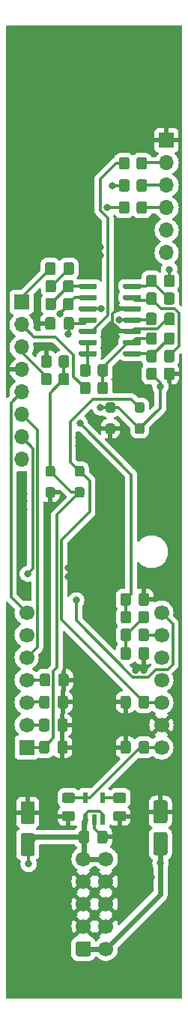
<source format=gtl>
G04 #@! TF.GenerationSoftware,KiCad,Pcbnew,8.0.6-8.0.6-0~ubuntu22.04.1*
G04 #@! TF.CreationDate,2025-04-15T21:33:34+01:00*
G04 #@! TF.ProjectId,RP2040-VCO,52503230-3430-42d5-9643-4f2e6b696361,rev?*
G04 #@! TF.SameCoordinates,Original*
G04 #@! TF.FileFunction,Copper,L1,Top*
G04 #@! TF.FilePolarity,Positive*
%FSLAX46Y46*%
G04 Gerber Fmt 4.6, Leading zero omitted, Abs format (unit mm)*
G04 Created by KiCad (PCBNEW 8.0.6-8.0.6-0~ubuntu22.04.1) date 2025-04-15 21:33:34*
%MOMM*%
%LPD*%
G01*
G04 APERTURE LIST*
G04 #@! TA.AperFunction,ComponentPad*
%ADD10R,1.700000X1.700000*%
G04 #@! TD*
G04 #@! TA.AperFunction,ComponentPad*
%ADD11O,1.700000X1.700000*%
G04 #@! TD*
G04 #@! TA.AperFunction,SMDPad,CuDef*
%ADD12R,0.600000X1.200000*%
G04 #@! TD*
G04 #@! TA.AperFunction,ComponentPad*
%ADD13C,1.700000*%
G04 #@! TD*
G04 #@! TA.AperFunction,ViaPad*
%ADD14C,0.800000*%
G04 #@! TD*
G04 #@! TA.AperFunction,Conductor*
%ADD15C,0.300000*%
G04 #@! TD*
G04 #@! TA.AperFunction,Conductor*
%ADD16C,0.600000*%
G04 #@! TD*
G04 APERTURE END LIST*
G04 #@! TA.AperFunction,SMDPad,CuDef*
G36*
G01*
X54550000Y-130400000D02*
X53450000Y-130400000D01*
G75*
G02*
X53200000Y-130150000I0J250000D01*
G01*
X53200000Y-128050000D01*
G75*
G02*
X53450000Y-127800000I250000J0D01*
G01*
X54550000Y-127800000D01*
G75*
G02*
X54800000Y-128050000I0J-250000D01*
G01*
X54800000Y-130150000D01*
G75*
G02*
X54550000Y-130400000I-250000J0D01*
G01*
G37*
G04 #@! TD.AperFunction*
G04 #@! TA.AperFunction,SMDPad,CuDef*
G36*
G01*
X54550000Y-126800000D02*
X53450000Y-126800000D01*
G75*
G02*
X53200000Y-126550000I0J250000D01*
G01*
X53200000Y-124450000D01*
G75*
G02*
X53450000Y-124200000I250000J0D01*
G01*
X54550000Y-124200000D01*
G75*
G02*
X54800000Y-124450000I0J-250000D01*
G01*
X54800000Y-126550000D01*
G75*
G02*
X54550000Y-126800000I-250000J0D01*
G01*
G37*
G04 #@! TD.AperFunction*
G04 #@! TA.AperFunction,SMDPad,CuDef*
G36*
G01*
X68450000Y-124100000D02*
X69550000Y-124100000D01*
G75*
G02*
X69800000Y-124350000I0J-250000D01*
G01*
X69800000Y-126450000D01*
G75*
G02*
X69550000Y-126700000I-250000J0D01*
G01*
X68450000Y-126700000D01*
G75*
G02*
X68200000Y-126450000I0J250000D01*
G01*
X68200000Y-124350000D01*
G75*
G02*
X68450000Y-124100000I250000J0D01*
G01*
G37*
G04 #@! TD.AperFunction*
G04 #@! TA.AperFunction,SMDPad,CuDef*
G36*
G01*
X68450000Y-127700000D02*
X69550000Y-127700000D01*
G75*
G02*
X69800000Y-127950000I0J-250000D01*
G01*
X69800000Y-130050000D01*
G75*
G02*
X69550000Y-130300000I-250000J0D01*
G01*
X68450000Y-130300000D01*
G75*
G02*
X68200000Y-130050000I0J250000D01*
G01*
X68200000Y-127950000D01*
G75*
G02*
X68450000Y-127700000I250000J0D01*
G01*
G37*
G04 #@! TD.AperFunction*
G04 #@! TA.AperFunction,SMDPad,CuDef*
G36*
G01*
X67700000Y-104950000D02*
X67700000Y-105850000D01*
G75*
G02*
X67450000Y-106100000I-250000J0D01*
G01*
X66750000Y-106100000D01*
G75*
G02*
X66500000Y-105850000I0J250000D01*
G01*
X66500000Y-104950000D01*
G75*
G02*
X66750000Y-104700000I250000J0D01*
G01*
X67450000Y-104700000D01*
G75*
G02*
X67700000Y-104950000I0J-250000D01*
G01*
G37*
G04 #@! TD.AperFunction*
G04 #@! TA.AperFunction,SMDPad,CuDef*
G36*
G01*
X65700000Y-104950000D02*
X65700000Y-105850000D01*
G75*
G02*
X65450000Y-106100000I-250000J0D01*
G01*
X64750000Y-106100000D01*
G75*
G02*
X64500000Y-105850000I0J250000D01*
G01*
X64500000Y-104950000D01*
G75*
G02*
X64750000Y-104700000I250000J0D01*
G01*
X65450000Y-104700000D01*
G75*
G02*
X65700000Y-104950000I0J-250000D01*
G01*
G37*
G04 #@! TD.AperFunction*
G04 #@! TA.AperFunction,SMDPad,CuDef*
G36*
G01*
X67400000Y-65850000D02*
X67400000Y-64950000D01*
G75*
G02*
X67650000Y-64700000I250000J0D01*
G01*
X68350000Y-64700000D01*
G75*
G02*
X68600000Y-64950000I0J-250000D01*
G01*
X68600000Y-65850000D01*
G75*
G02*
X68350000Y-66100000I-250000J0D01*
G01*
X67650000Y-66100000D01*
G75*
G02*
X67400000Y-65850000I0J250000D01*
G01*
G37*
G04 #@! TD.AperFunction*
G04 #@! TA.AperFunction,SMDPad,CuDef*
G36*
G01*
X69400000Y-65850000D02*
X69400000Y-64950000D01*
G75*
G02*
X69650000Y-64700000I250000J0D01*
G01*
X70350000Y-64700000D01*
G75*
G02*
X70600000Y-64950000I0J-250000D01*
G01*
X70600000Y-65850000D01*
G75*
G02*
X70350000Y-66100000I-250000J0D01*
G01*
X69650000Y-66100000D01*
G75*
G02*
X69400000Y-65850000I0J250000D01*
G01*
G37*
G04 #@! TD.AperFunction*
G04 #@! TA.AperFunction,SMDPad,CuDef*
G36*
G01*
X67700000Y-102950000D02*
X67700000Y-103850000D01*
G75*
G02*
X67450000Y-104100000I-250000J0D01*
G01*
X66750000Y-104100000D01*
G75*
G02*
X66500000Y-103850000I0J250000D01*
G01*
X66500000Y-102950000D01*
G75*
G02*
X66750000Y-102700000I250000J0D01*
G01*
X67450000Y-102700000D01*
G75*
G02*
X67700000Y-102950000I0J-250000D01*
G01*
G37*
G04 #@! TD.AperFunction*
G04 #@! TA.AperFunction,SMDPad,CuDef*
G36*
G01*
X65700000Y-102950000D02*
X65700000Y-103850000D01*
G75*
G02*
X65450000Y-104100000I-250000J0D01*
G01*
X64750000Y-104100000D01*
G75*
G02*
X64500000Y-103850000I0J250000D01*
G01*
X64500000Y-102950000D01*
G75*
G02*
X64750000Y-102700000I250000J0D01*
G01*
X65450000Y-102700000D01*
G75*
G02*
X65700000Y-102950000I0J-250000D01*
G01*
G37*
G04 #@! TD.AperFunction*
G04 #@! TA.AperFunction,SMDPad,CuDef*
G36*
G01*
X67400000Y-72350000D02*
X67400000Y-71450000D01*
G75*
G02*
X67650000Y-71200000I250000J0D01*
G01*
X68350000Y-71200000D01*
G75*
G02*
X68600000Y-71450000I0J-250000D01*
G01*
X68600000Y-72350000D01*
G75*
G02*
X68350000Y-72600000I-250000J0D01*
G01*
X67650000Y-72600000D01*
G75*
G02*
X67400000Y-72350000I0J250000D01*
G01*
G37*
G04 #@! TD.AperFunction*
G04 #@! TA.AperFunction,SMDPad,CuDef*
G36*
G01*
X69400000Y-72350000D02*
X69400000Y-71450000D01*
G75*
G02*
X69650000Y-71200000I250000J0D01*
G01*
X70350000Y-71200000D01*
G75*
G02*
X70600000Y-71450000I0J-250000D01*
G01*
X70600000Y-72350000D01*
G75*
G02*
X70350000Y-72600000I-250000J0D01*
G01*
X69650000Y-72600000D01*
G75*
G02*
X69400000Y-72350000I0J250000D01*
G01*
G37*
G04 #@! TD.AperFunction*
G04 #@! TA.AperFunction,SMDPad,CuDef*
G36*
G01*
X67725000Y-117625000D02*
X67725000Y-118575000D01*
G75*
G02*
X67475000Y-118825000I-250000J0D01*
G01*
X66800000Y-118825000D01*
G75*
G02*
X66550000Y-118575000I0J250000D01*
G01*
X66550000Y-117625000D01*
G75*
G02*
X66800000Y-117375000I250000J0D01*
G01*
X67475000Y-117375000D01*
G75*
G02*
X67725000Y-117625000I0J-250000D01*
G01*
G37*
G04 #@! TD.AperFunction*
G04 #@! TA.AperFunction,SMDPad,CuDef*
G36*
G01*
X65650000Y-117625000D02*
X65650000Y-118575000D01*
G75*
G02*
X65400000Y-118825000I-250000J0D01*
G01*
X64725000Y-118825000D01*
G75*
G02*
X64475000Y-118575000I0J250000D01*
G01*
X64475000Y-117625000D01*
G75*
G02*
X64725000Y-117375000I250000J0D01*
G01*
X65400000Y-117375000D01*
G75*
G02*
X65650000Y-117625000I0J-250000D01*
G01*
G37*
G04 #@! TD.AperFunction*
G04 #@! TA.AperFunction,SMDPad,CuDef*
G36*
G01*
X67200000Y-79375000D02*
X67200000Y-80025000D01*
G75*
G02*
X66925000Y-80300000I-275000J0D01*
G01*
X66375000Y-80300000D01*
G75*
G02*
X66100000Y-80025000I0J275000D01*
G01*
X66100000Y-79375000D01*
G75*
G02*
X66375000Y-79100000I275000J0D01*
G01*
X66925000Y-79100000D01*
G75*
G02*
X67200000Y-79375000I0J-275000D01*
G01*
G37*
G04 #@! TD.AperFunction*
G04 #@! TA.AperFunction,SMDPad,CuDef*
G36*
G01*
X63900000Y-79375000D02*
X63900000Y-80025000D01*
G75*
G02*
X63625000Y-80300000I-275000J0D01*
G01*
X63075000Y-80300000D01*
G75*
G02*
X62800000Y-80025000I0J275000D01*
G01*
X62800000Y-79375000D01*
G75*
G02*
X63075000Y-79100000I275000J0D01*
G01*
X63625000Y-79100000D01*
G75*
G02*
X63900000Y-79375000I0J-275000D01*
G01*
G37*
G04 #@! TD.AperFunction*
G04 #@! TA.AperFunction,SMDPad,CuDef*
G36*
G01*
X59775000Y-128725000D02*
X59775000Y-127775000D01*
G75*
G02*
X60025000Y-127525000I250000J0D01*
G01*
X60700000Y-127525000D01*
G75*
G02*
X60950000Y-127775000I0J-250000D01*
G01*
X60950000Y-128725000D01*
G75*
G02*
X60700000Y-128975000I-250000J0D01*
G01*
X60025000Y-128975000D01*
G75*
G02*
X59775000Y-128725000I0J250000D01*
G01*
G37*
G04 #@! TD.AperFunction*
G04 #@! TA.AperFunction,SMDPad,CuDef*
G36*
G01*
X61850000Y-128725000D02*
X61850000Y-127775000D01*
G75*
G02*
X62100000Y-127525000I250000J0D01*
G01*
X62775000Y-127525000D01*
G75*
G02*
X63025000Y-127775000I0J-250000D01*
G01*
X63025000Y-128725000D01*
G75*
G02*
X62775000Y-128975000I-250000J0D01*
G01*
X62100000Y-128975000D01*
G75*
G02*
X61850000Y-128725000I0J250000D01*
G01*
G37*
G04 #@! TD.AperFunction*
G04 #@! TA.AperFunction,SMDPad,CuDef*
G36*
G01*
X55275000Y-116075000D02*
X55275000Y-115125000D01*
G75*
G02*
X55525000Y-114875000I250000J0D01*
G01*
X56200000Y-114875000D01*
G75*
G02*
X56450000Y-115125000I0J-250000D01*
G01*
X56450000Y-116075000D01*
G75*
G02*
X56200000Y-116325000I-250000J0D01*
G01*
X55525000Y-116325000D01*
G75*
G02*
X55275000Y-116075000I0J250000D01*
G01*
G37*
G04 #@! TD.AperFunction*
G04 #@! TA.AperFunction,SMDPad,CuDef*
G36*
G01*
X57350000Y-116075000D02*
X57350000Y-115125000D01*
G75*
G02*
X57600000Y-114875000I250000J0D01*
G01*
X58275000Y-114875000D01*
G75*
G02*
X58525000Y-115125000I0J-250000D01*
G01*
X58525000Y-116075000D01*
G75*
G02*
X58275000Y-116325000I-250000J0D01*
G01*
X57600000Y-116325000D01*
G75*
G02*
X57350000Y-116075000I0J250000D01*
G01*
G37*
G04 #@! TD.AperFunction*
D10*
X69700000Y-49500000D03*
D11*
X69700000Y-52040000D03*
X69700000Y-54580000D03*
X69700000Y-57120000D03*
X69700000Y-59660000D03*
X69700000Y-62200000D03*
G04 #@! TA.AperFunction,SMDPad,CuDef*
G36*
G01*
X64475000Y-101875000D02*
X64475000Y-100925000D01*
G75*
G02*
X64725000Y-100675000I250000J0D01*
G01*
X65400000Y-100675000D01*
G75*
G02*
X65650000Y-100925000I0J-250000D01*
G01*
X65650000Y-101875000D01*
G75*
G02*
X65400000Y-102125000I-250000J0D01*
G01*
X64725000Y-102125000D01*
G75*
G02*
X64475000Y-101875000I0J250000D01*
G01*
G37*
G04 #@! TD.AperFunction*
G04 #@! TA.AperFunction,SMDPad,CuDef*
G36*
G01*
X66550000Y-101875000D02*
X66550000Y-100925000D01*
G75*
G02*
X66800000Y-100675000I250000J0D01*
G01*
X67475000Y-100675000D01*
G75*
G02*
X67725000Y-100925000I0J-250000D01*
G01*
X67725000Y-101875000D01*
G75*
G02*
X67475000Y-102125000I-250000J0D01*
G01*
X66800000Y-102125000D01*
G75*
G02*
X66550000Y-101875000I0J250000D01*
G01*
G37*
G04 #@! TD.AperFunction*
G04 #@! TA.AperFunction,SMDPad,CuDef*
G36*
G01*
X60400000Y-88975000D02*
X60400000Y-89625000D01*
G75*
G02*
X60125000Y-89900000I-275000J0D01*
G01*
X59575000Y-89900000D01*
G75*
G02*
X59300000Y-89625000I0J275000D01*
G01*
X59300000Y-88975000D01*
G75*
G02*
X59575000Y-88700000I275000J0D01*
G01*
X60125000Y-88700000D01*
G75*
G02*
X60400000Y-88975000I0J-275000D01*
G01*
G37*
G04 #@! TD.AperFunction*
G04 #@! TA.AperFunction,SMDPad,CuDef*
G36*
G01*
X57100000Y-88975000D02*
X57100000Y-89625000D01*
G75*
G02*
X56825000Y-89900000I-275000J0D01*
G01*
X56275000Y-89900000D01*
G75*
G02*
X56000000Y-89625000I0J275000D01*
G01*
X56000000Y-88975000D01*
G75*
G02*
X56275000Y-88700000I275000J0D01*
G01*
X56825000Y-88700000D01*
G75*
G02*
X57100000Y-88975000I0J-275000D01*
G01*
G37*
G04 #@! TD.AperFunction*
G04 #@! TA.AperFunction,SMDPad,CuDef*
G36*
G01*
X55975000Y-64475000D02*
X55975000Y-63525000D01*
G75*
G02*
X56225000Y-63275000I250000J0D01*
G01*
X56900000Y-63275000D01*
G75*
G02*
X57150000Y-63525000I0J-250000D01*
G01*
X57150000Y-64475000D01*
G75*
G02*
X56900000Y-64725000I-250000J0D01*
G01*
X56225000Y-64725000D01*
G75*
G02*
X55975000Y-64475000I0J250000D01*
G01*
G37*
G04 #@! TD.AperFunction*
G04 #@! TA.AperFunction,SMDPad,CuDef*
G36*
G01*
X58050000Y-64475000D02*
X58050000Y-63525000D01*
G75*
G02*
X58300000Y-63275000I250000J0D01*
G01*
X58975000Y-63275000D01*
G75*
G02*
X59225000Y-63525000I0J-250000D01*
G01*
X59225000Y-64475000D01*
G75*
G02*
X58975000Y-64725000I-250000J0D01*
G01*
X58300000Y-64725000D01*
G75*
G02*
X58050000Y-64475000I0J250000D01*
G01*
G37*
G04 #@! TD.AperFunction*
G04 #@! TA.AperFunction,SMDPad,CuDef*
G36*
G01*
X70600000Y-75450000D02*
X70600000Y-76350000D01*
G75*
G02*
X70350000Y-76600000I-250000J0D01*
G01*
X69650000Y-76600000D01*
G75*
G02*
X69400000Y-76350000I0J250000D01*
G01*
X69400000Y-75450000D01*
G75*
G02*
X69650000Y-75200000I250000J0D01*
G01*
X70350000Y-75200000D01*
G75*
G02*
X70600000Y-75450000I0J-250000D01*
G01*
G37*
G04 #@! TD.AperFunction*
G04 #@! TA.AperFunction,SMDPad,CuDef*
G36*
G01*
X68600000Y-75450000D02*
X68600000Y-76350000D01*
G75*
G02*
X68350000Y-76600000I-250000J0D01*
G01*
X67650000Y-76600000D01*
G75*
G02*
X67400000Y-76350000I0J250000D01*
G01*
X67400000Y-75450000D01*
G75*
G02*
X67650000Y-75200000I250000J0D01*
G01*
X68350000Y-75200000D01*
G75*
G02*
X68600000Y-75450000I0J-250000D01*
G01*
G37*
G04 #@! TD.AperFunction*
G04 #@! TA.AperFunction,SMDPad,CuDef*
G36*
G01*
X59900000Y-77950000D02*
X59900000Y-77050000D01*
G75*
G02*
X60150000Y-76800000I250000J0D01*
G01*
X60850000Y-76800000D01*
G75*
G02*
X61100000Y-77050000I0J-250000D01*
G01*
X61100000Y-77950000D01*
G75*
G02*
X60850000Y-78200000I-250000J0D01*
G01*
X60150000Y-78200000D01*
G75*
G02*
X59900000Y-77950000I0J250000D01*
G01*
G37*
G04 #@! TD.AperFunction*
G04 #@! TA.AperFunction,SMDPad,CuDef*
G36*
G01*
X61900000Y-77950000D02*
X61900000Y-77050000D01*
G75*
G02*
X62150000Y-76800000I250000J0D01*
G01*
X62850000Y-76800000D01*
G75*
G02*
X63100000Y-77050000I0J-250000D01*
G01*
X63100000Y-77950000D01*
G75*
G02*
X62850000Y-78200000I-250000J0D01*
G01*
X62150000Y-78200000D01*
G75*
G02*
X61900000Y-77950000I0J250000D01*
G01*
G37*
G04 #@! TD.AperFunction*
G04 #@! TA.AperFunction,SMDPad,CuDef*
G36*
G01*
X55500000Y-76950000D02*
X55500000Y-76050000D01*
G75*
G02*
X55750000Y-75800000I250000J0D01*
G01*
X56450000Y-75800000D01*
G75*
G02*
X56700000Y-76050000I0J-250000D01*
G01*
X56700000Y-76950000D01*
G75*
G02*
X56450000Y-77200000I-250000J0D01*
G01*
X55750000Y-77200000D01*
G75*
G02*
X55500000Y-76950000I0J250000D01*
G01*
G37*
G04 #@! TD.AperFunction*
G04 #@! TA.AperFunction,SMDPad,CuDef*
G36*
G01*
X57500000Y-76950000D02*
X57500000Y-76050000D01*
G75*
G02*
X57750000Y-75800000I250000J0D01*
G01*
X58450000Y-75800000D01*
G75*
G02*
X58700000Y-76050000I0J-250000D01*
G01*
X58700000Y-76950000D01*
G75*
G02*
X58450000Y-77200000I-250000J0D01*
G01*
X57750000Y-77200000D01*
G75*
G02*
X57500000Y-76950000I0J250000D01*
G01*
G37*
G04 #@! TD.AperFunction*
G04 #@! TA.AperFunction,SMDPad,CuDef*
G36*
G01*
X59775000Y-66140000D02*
X59775000Y-65840000D01*
G75*
G02*
X59925000Y-65690000I150000J0D01*
G01*
X61675000Y-65690000D01*
G75*
G02*
X61825000Y-65840000I0J-150000D01*
G01*
X61825000Y-66140000D01*
G75*
G02*
X61675000Y-66290000I-150000J0D01*
G01*
X59925000Y-66290000D01*
G75*
G02*
X59775000Y-66140000I0J150000D01*
G01*
G37*
G04 #@! TD.AperFunction*
G04 #@! TA.AperFunction,SMDPad,CuDef*
G36*
G01*
X59775000Y-67410000D02*
X59775000Y-67110000D01*
G75*
G02*
X59925000Y-66960000I150000J0D01*
G01*
X61675000Y-66960000D01*
G75*
G02*
X61825000Y-67110000I0J-150000D01*
G01*
X61825000Y-67410000D01*
G75*
G02*
X61675000Y-67560000I-150000J0D01*
G01*
X59925000Y-67560000D01*
G75*
G02*
X59775000Y-67410000I0J150000D01*
G01*
G37*
G04 #@! TD.AperFunction*
G04 #@! TA.AperFunction,SMDPad,CuDef*
G36*
G01*
X59775000Y-68680000D02*
X59775000Y-68380000D01*
G75*
G02*
X59925000Y-68230000I150000J0D01*
G01*
X61675000Y-68230000D01*
G75*
G02*
X61825000Y-68380000I0J-150000D01*
G01*
X61825000Y-68680000D01*
G75*
G02*
X61675000Y-68830000I-150000J0D01*
G01*
X59925000Y-68830000D01*
G75*
G02*
X59775000Y-68680000I0J150000D01*
G01*
G37*
G04 #@! TD.AperFunction*
G04 #@! TA.AperFunction,SMDPad,CuDef*
G36*
G01*
X59775000Y-69950000D02*
X59775000Y-69650000D01*
G75*
G02*
X59925000Y-69500000I150000J0D01*
G01*
X61675000Y-69500000D01*
G75*
G02*
X61825000Y-69650000I0J-150000D01*
G01*
X61825000Y-69950000D01*
G75*
G02*
X61675000Y-70100000I-150000J0D01*
G01*
X59925000Y-70100000D01*
G75*
G02*
X59775000Y-69950000I0J150000D01*
G01*
G37*
G04 #@! TD.AperFunction*
G04 #@! TA.AperFunction,SMDPad,CuDef*
G36*
G01*
X59775000Y-71220000D02*
X59775000Y-70920000D01*
G75*
G02*
X59925000Y-70770000I150000J0D01*
G01*
X61675000Y-70770000D01*
G75*
G02*
X61825000Y-70920000I0J-150000D01*
G01*
X61825000Y-71220000D01*
G75*
G02*
X61675000Y-71370000I-150000J0D01*
G01*
X59925000Y-71370000D01*
G75*
G02*
X59775000Y-71220000I0J150000D01*
G01*
G37*
G04 #@! TD.AperFunction*
G04 #@! TA.AperFunction,SMDPad,CuDef*
G36*
G01*
X59775000Y-72490000D02*
X59775000Y-72190000D01*
G75*
G02*
X59925000Y-72040000I150000J0D01*
G01*
X61675000Y-72040000D01*
G75*
G02*
X61825000Y-72190000I0J-150000D01*
G01*
X61825000Y-72490000D01*
G75*
G02*
X61675000Y-72640000I-150000J0D01*
G01*
X59925000Y-72640000D01*
G75*
G02*
X59775000Y-72490000I0J150000D01*
G01*
G37*
G04 #@! TD.AperFunction*
G04 #@! TA.AperFunction,SMDPad,CuDef*
G36*
G01*
X59775000Y-73760000D02*
X59775000Y-73460000D01*
G75*
G02*
X59925000Y-73310000I150000J0D01*
G01*
X61675000Y-73310000D01*
G75*
G02*
X61825000Y-73460000I0J-150000D01*
G01*
X61825000Y-73760000D01*
G75*
G02*
X61675000Y-73910000I-150000J0D01*
G01*
X59925000Y-73910000D01*
G75*
G02*
X59775000Y-73760000I0J150000D01*
G01*
G37*
G04 #@! TD.AperFunction*
G04 #@! TA.AperFunction,SMDPad,CuDef*
G36*
G01*
X64775000Y-73760000D02*
X64775000Y-73460000D01*
G75*
G02*
X64925000Y-73310000I150000J0D01*
G01*
X66675000Y-73310000D01*
G75*
G02*
X66825000Y-73460000I0J-150000D01*
G01*
X66825000Y-73760000D01*
G75*
G02*
X66675000Y-73910000I-150000J0D01*
G01*
X64925000Y-73910000D01*
G75*
G02*
X64775000Y-73760000I0J150000D01*
G01*
G37*
G04 #@! TD.AperFunction*
G04 #@! TA.AperFunction,SMDPad,CuDef*
G36*
G01*
X64775000Y-72490000D02*
X64775000Y-72190000D01*
G75*
G02*
X64925000Y-72040000I150000J0D01*
G01*
X66675000Y-72040000D01*
G75*
G02*
X66825000Y-72190000I0J-150000D01*
G01*
X66825000Y-72490000D01*
G75*
G02*
X66675000Y-72640000I-150000J0D01*
G01*
X64925000Y-72640000D01*
G75*
G02*
X64775000Y-72490000I0J150000D01*
G01*
G37*
G04 #@! TD.AperFunction*
G04 #@! TA.AperFunction,SMDPad,CuDef*
G36*
G01*
X64775000Y-71220000D02*
X64775000Y-70920000D01*
G75*
G02*
X64925000Y-70770000I150000J0D01*
G01*
X66675000Y-70770000D01*
G75*
G02*
X66825000Y-70920000I0J-150000D01*
G01*
X66825000Y-71220000D01*
G75*
G02*
X66675000Y-71370000I-150000J0D01*
G01*
X64925000Y-71370000D01*
G75*
G02*
X64775000Y-71220000I0J150000D01*
G01*
G37*
G04 #@! TD.AperFunction*
G04 #@! TA.AperFunction,SMDPad,CuDef*
G36*
G01*
X64775000Y-69950000D02*
X64775000Y-69650000D01*
G75*
G02*
X64925000Y-69500000I150000J0D01*
G01*
X66675000Y-69500000D01*
G75*
G02*
X66825000Y-69650000I0J-150000D01*
G01*
X66825000Y-69950000D01*
G75*
G02*
X66675000Y-70100000I-150000J0D01*
G01*
X64925000Y-70100000D01*
G75*
G02*
X64775000Y-69950000I0J150000D01*
G01*
G37*
G04 #@! TD.AperFunction*
G04 #@! TA.AperFunction,SMDPad,CuDef*
G36*
G01*
X64775000Y-68680000D02*
X64775000Y-68380000D01*
G75*
G02*
X64925000Y-68230000I150000J0D01*
G01*
X66675000Y-68230000D01*
G75*
G02*
X66825000Y-68380000I0J-150000D01*
G01*
X66825000Y-68680000D01*
G75*
G02*
X66675000Y-68830000I-150000J0D01*
G01*
X64925000Y-68830000D01*
G75*
G02*
X64775000Y-68680000I0J150000D01*
G01*
G37*
G04 #@! TD.AperFunction*
G04 #@! TA.AperFunction,SMDPad,CuDef*
G36*
G01*
X64775000Y-67410000D02*
X64775000Y-67110000D01*
G75*
G02*
X64925000Y-66960000I150000J0D01*
G01*
X66675000Y-66960000D01*
G75*
G02*
X66825000Y-67110000I0J-150000D01*
G01*
X66825000Y-67410000D01*
G75*
G02*
X66675000Y-67560000I-150000J0D01*
G01*
X64925000Y-67560000D01*
G75*
G02*
X64775000Y-67410000I0J150000D01*
G01*
G37*
G04 #@! TD.AperFunction*
G04 #@! TA.AperFunction,SMDPad,CuDef*
G36*
G01*
X64775000Y-66140000D02*
X64775000Y-65840000D01*
G75*
G02*
X64925000Y-65690000I150000J0D01*
G01*
X66675000Y-65690000D01*
G75*
G02*
X66825000Y-65840000I0J-150000D01*
G01*
X66825000Y-66140000D01*
G75*
G02*
X66675000Y-66290000I-150000J0D01*
G01*
X64925000Y-66290000D01*
G75*
G02*
X64775000Y-66140000I0J150000D01*
G01*
G37*
G04 #@! TD.AperFunction*
G04 #@! TA.AperFunction,SMDPad,CuDef*
G36*
G01*
X64475000Y-107975000D02*
X64475000Y-107025000D01*
G75*
G02*
X64725000Y-106775000I250000J0D01*
G01*
X65400000Y-106775000D01*
G75*
G02*
X65650000Y-107025000I0J-250000D01*
G01*
X65650000Y-107975000D01*
G75*
G02*
X65400000Y-108225000I-250000J0D01*
G01*
X64725000Y-108225000D01*
G75*
G02*
X64475000Y-107975000I0J250000D01*
G01*
G37*
G04 #@! TD.AperFunction*
G04 #@! TA.AperFunction,SMDPad,CuDef*
G36*
G01*
X66550000Y-107975000D02*
X66550000Y-107025000D01*
G75*
G02*
X66800000Y-106775000I250000J0D01*
G01*
X67475000Y-106775000D01*
G75*
G02*
X67725000Y-107025000I0J-250000D01*
G01*
X67725000Y-107975000D01*
G75*
G02*
X67475000Y-108225000I-250000J0D01*
G01*
X66800000Y-108225000D01*
G75*
G02*
X66550000Y-107975000I0J250000D01*
G01*
G37*
G04 #@! TD.AperFunction*
G04 #@! TA.AperFunction,SMDPad,CuDef*
G36*
G01*
X58125000Y-123225000D02*
X59075000Y-123225000D01*
G75*
G02*
X59325000Y-123475000I0J-250000D01*
G01*
X59325000Y-124150000D01*
G75*
G02*
X59075000Y-124400000I-250000J0D01*
G01*
X58125000Y-124400000D01*
G75*
G02*
X57875000Y-124150000I0J250000D01*
G01*
X57875000Y-123475000D01*
G75*
G02*
X58125000Y-123225000I250000J0D01*
G01*
G37*
G04 #@! TD.AperFunction*
G04 #@! TA.AperFunction,SMDPad,CuDef*
G36*
G01*
X58125000Y-125300000D02*
X59075000Y-125300000D01*
G75*
G02*
X59325000Y-125550000I0J-250000D01*
G01*
X59325000Y-126225000D01*
G75*
G02*
X59075000Y-126475000I-250000J0D01*
G01*
X58125000Y-126475000D01*
G75*
G02*
X57875000Y-126225000I0J250000D01*
G01*
X57875000Y-125550000D01*
G75*
G02*
X58125000Y-125300000I250000J0D01*
G01*
G37*
G04 #@! TD.AperFunction*
G04 #@! TA.AperFunction,SMDPad,CuDef*
G36*
G01*
X55500000Y-74950000D02*
X55500000Y-74050000D01*
G75*
G02*
X55750000Y-73800000I250000J0D01*
G01*
X56450000Y-73800000D01*
G75*
G02*
X56700000Y-74050000I0J-250000D01*
G01*
X56700000Y-74950000D01*
G75*
G02*
X56450000Y-75200000I-250000J0D01*
G01*
X55750000Y-75200000D01*
G75*
G02*
X55500000Y-74950000I0J250000D01*
G01*
G37*
G04 #@! TD.AperFunction*
G04 #@! TA.AperFunction,SMDPad,CuDef*
G36*
G01*
X57500000Y-74950000D02*
X57500000Y-74050000D01*
G75*
G02*
X57750000Y-73800000I250000J0D01*
G01*
X58450000Y-73800000D01*
G75*
G02*
X58700000Y-74050000I0J-250000D01*
G01*
X58700000Y-74950000D01*
G75*
G02*
X58450000Y-75200000I-250000J0D01*
G01*
X57750000Y-75200000D01*
G75*
G02*
X57500000Y-74950000I0J250000D01*
G01*
G37*
G04 #@! TD.AperFunction*
G04 #@! TA.AperFunction,SMDPad,CuDef*
G36*
G01*
X56000000Y-68450000D02*
X56000000Y-67550000D01*
G75*
G02*
X56250000Y-67300000I250000J0D01*
G01*
X56950000Y-67300000D01*
G75*
G02*
X57200000Y-67550000I0J-250000D01*
G01*
X57200000Y-68450000D01*
G75*
G02*
X56950000Y-68700000I-250000J0D01*
G01*
X56250000Y-68700000D01*
G75*
G02*
X56000000Y-68450000I0J250000D01*
G01*
G37*
G04 #@! TD.AperFunction*
G04 #@! TA.AperFunction,SMDPad,CuDef*
G36*
G01*
X58000000Y-68450000D02*
X58000000Y-67550000D01*
G75*
G02*
X58250000Y-67300000I250000J0D01*
G01*
X58950000Y-67300000D01*
G75*
G02*
X59200000Y-67550000I0J-250000D01*
G01*
X59200000Y-68450000D01*
G75*
G02*
X58950000Y-68700000I-250000J0D01*
G01*
X58250000Y-68700000D01*
G75*
G02*
X58000000Y-68450000I0J250000D01*
G01*
G37*
G04 #@! TD.AperFunction*
G04 #@! TA.AperFunction,SMDPad,CuDef*
G36*
G01*
X67400000Y-74350000D02*
X67400000Y-73450000D01*
G75*
G02*
X67650000Y-73200000I250000J0D01*
G01*
X68350000Y-73200000D01*
G75*
G02*
X68600000Y-73450000I0J-250000D01*
G01*
X68600000Y-74350000D01*
G75*
G02*
X68350000Y-74600000I-250000J0D01*
G01*
X67650000Y-74600000D01*
G75*
G02*
X67400000Y-74350000I0J250000D01*
G01*
G37*
G04 #@! TD.AperFunction*
G04 #@! TA.AperFunction,SMDPad,CuDef*
G36*
G01*
X69400000Y-74350000D02*
X69400000Y-73450000D01*
G75*
G02*
X69650000Y-73200000I250000J0D01*
G01*
X70350000Y-73200000D01*
G75*
G02*
X70600000Y-73450000I0J-250000D01*
G01*
X70600000Y-74350000D01*
G75*
G02*
X70350000Y-74600000I-250000J0D01*
G01*
X69650000Y-74600000D01*
G75*
G02*
X69400000Y-74350000I0J250000D01*
G01*
G37*
G04 #@! TD.AperFunction*
G04 #@! TA.AperFunction,SMDPad,CuDef*
G36*
G01*
X70625000Y-69225000D02*
X70625000Y-70175000D01*
G75*
G02*
X70375000Y-70425000I-250000J0D01*
G01*
X69700000Y-70425000D01*
G75*
G02*
X69450000Y-70175000I0J250000D01*
G01*
X69450000Y-69225000D01*
G75*
G02*
X69700000Y-68975000I250000J0D01*
G01*
X70375000Y-68975000D01*
G75*
G02*
X70625000Y-69225000I0J-250000D01*
G01*
G37*
G04 #@! TD.AperFunction*
G04 #@! TA.AperFunction,SMDPad,CuDef*
G36*
G01*
X68550000Y-69225000D02*
X68550000Y-70175000D01*
G75*
G02*
X68300000Y-70425000I-250000J0D01*
G01*
X67625000Y-70425000D01*
G75*
G02*
X67375000Y-70175000I0J250000D01*
G01*
X67375000Y-69225000D01*
G75*
G02*
X67625000Y-68975000I250000J0D01*
G01*
X68300000Y-68975000D01*
G75*
G02*
X68550000Y-69225000I0J-250000D01*
G01*
G37*
G04 #@! TD.AperFunction*
D10*
X53300000Y-67800000D03*
D11*
X53300000Y-70340000D03*
X53300000Y-72880000D03*
X53300000Y-75420000D03*
X53300000Y-77960000D03*
X53300000Y-80500000D03*
X53300000Y-83040000D03*
X53300000Y-85580000D03*
G04 #@! TA.AperFunction,SMDPad,CuDef*
G36*
G01*
X55312500Y-113475000D02*
X55312500Y-112525000D01*
G75*
G02*
X55562500Y-112275000I250000J0D01*
G01*
X56237500Y-112275000D01*
G75*
G02*
X56487500Y-112525000I0J-250000D01*
G01*
X56487500Y-113475000D01*
G75*
G02*
X56237500Y-113725000I-250000J0D01*
G01*
X55562500Y-113725000D01*
G75*
G02*
X55312500Y-113475000I0J250000D01*
G01*
G37*
G04 #@! TD.AperFunction*
G04 #@! TA.AperFunction,SMDPad,CuDef*
G36*
G01*
X57387500Y-113475000D02*
X57387500Y-112525000D01*
G75*
G02*
X57637500Y-112275000I250000J0D01*
G01*
X58312500Y-112275000D01*
G75*
G02*
X58562500Y-112525000I0J-250000D01*
G01*
X58562500Y-113475000D01*
G75*
G02*
X58312500Y-113725000I-250000J0D01*
G01*
X57637500Y-113725000D01*
G75*
G02*
X57387500Y-113475000I0J250000D01*
G01*
G37*
G04 #@! TD.AperFunction*
G04 #@! TA.AperFunction,SMDPad,CuDef*
G36*
G01*
X67500000Y-56650000D02*
X67500000Y-57550000D01*
G75*
G02*
X67250000Y-57800000I-250000J0D01*
G01*
X66550000Y-57800000D01*
G75*
G02*
X66300000Y-57550000I0J250000D01*
G01*
X66300000Y-56650000D01*
G75*
G02*
X66550000Y-56400000I250000J0D01*
G01*
X67250000Y-56400000D01*
G75*
G02*
X67500000Y-56650000I0J-250000D01*
G01*
G37*
G04 #@! TD.AperFunction*
G04 #@! TA.AperFunction,SMDPad,CuDef*
G36*
G01*
X65500000Y-56650000D02*
X65500000Y-57550000D01*
G75*
G02*
X65250000Y-57800000I-250000J0D01*
G01*
X64550000Y-57800000D01*
G75*
G02*
X64300000Y-57550000I0J250000D01*
G01*
X64300000Y-56650000D01*
G75*
G02*
X64550000Y-56400000I250000J0D01*
G01*
X65250000Y-56400000D01*
G75*
G02*
X65500000Y-56650000I0J-250000D01*
G01*
G37*
G04 #@! TD.AperFunction*
G04 #@! TA.AperFunction,SMDPad,CuDef*
G36*
G01*
X67200000Y-81775000D02*
X67200000Y-82425000D01*
G75*
G02*
X66925000Y-82700000I-275000J0D01*
G01*
X66375000Y-82700000D01*
G75*
G02*
X66100000Y-82425000I0J275000D01*
G01*
X66100000Y-81775000D01*
G75*
G02*
X66375000Y-81500000I275000J0D01*
G01*
X66925000Y-81500000D01*
G75*
G02*
X67200000Y-81775000I0J-275000D01*
G01*
G37*
G04 #@! TD.AperFunction*
G04 #@! TA.AperFunction,SMDPad,CuDef*
G36*
G01*
X63900000Y-81775000D02*
X63900000Y-82425000D01*
G75*
G02*
X63625000Y-82700000I-275000J0D01*
G01*
X63075000Y-82700000D01*
G75*
G02*
X62800000Y-82425000I0J275000D01*
G01*
X62800000Y-81775000D01*
G75*
G02*
X63075000Y-81500000I275000J0D01*
G01*
X63625000Y-81500000D01*
G75*
G02*
X63900000Y-81775000I0J-275000D01*
G01*
G37*
G04 #@! TD.AperFunction*
G04 #@! TA.AperFunction,SMDPad,CuDef*
G36*
G01*
X59900000Y-75950000D02*
X59900000Y-75050000D01*
G75*
G02*
X60150000Y-74800000I250000J0D01*
G01*
X60850000Y-74800000D01*
G75*
G02*
X61100000Y-75050000I0J-250000D01*
G01*
X61100000Y-75950000D01*
G75*
G02*
X60850000Y-76200000I-250000J0D01*
G01*
X60150000Y-76200000D01*
G75*
G02*
X59900000Y-75950000I0J250000D01*
G01*
G37*
G04 #@! TD.AperFunction*
G04 #@! TA.AperFunction,SMDPad,CuDef*
G36*
G01*
X61900000Y-75950000D02*
X61900000Y-75050000D01*
G75*
G02*
X62150000Y-74800000I250000J0D01*
G01*
X62850000Y-74800000D01*
G75*
G02*
X63100000Y-75050000I0J-250000D01*
G01*
X63100000Y-75950000D01*
G75*
G02*
X62850000Y-76200000I-250000J0D01*
G01*
X62150000Y-76200000D01*
G75*
G02*
X61900000Y-75950000I0J250000D01*
G01*
G37*
G04 #@! TD.AperFunction*
G04 #@! TA.AperFunction,SMDPad,CuDef*
G36*
G01*
X56000000Y-66450000D02*
X56000000Y-65550000D01*
G75*
G02*
X56250000Y-65300000I250000J0D01*
G01*
X56950000Y-65300000D01*
G75*
G02*
X57200000Y-65550000I0J-250000D01*
G01*
X57200000Y-66450000D01*
G75*
G02*
X56950000Y-66700000I-250000J0D01*
G01*
X56250000Y-66700000D01*
G75*
G02*
X56000000Y-66450000I0J250000D01*
G01*
G37*
G04 #@! TD.AperFunction*
G04 #@! TA.AperFunction,SMDPad,CuDef*
G36*
G01*
X58000000Y-66450000D02*
X58000000Y-65550000D01*
G75*
G02*
X58250000Y-65300000I250000J0D01*
G01*
X58950000Y-65300000D01*
G75*
G02*
X59200000Y-65550000I0J-250000D01*
G01*
X59200000Y-66450000D01*
G75*
G02*
X58950000Y-66700000I-250000J0D01*
G01*
X58250000Y-66700000D01*
G75*
G02*
X58000000Y-66450000I0J250000D01*
G01*
G37*
G04 #@! TD.AperFunction*
G04 #@! TA.AperFunction,SMDPad,CuDef*
G36*
G01*
X55375000Y-110975000D02*
X55375000Y-110025000D01*
G75*
G02*
X55625000Y-109775000I250000J0D01*
G01*
X56300000Y-109775000D01*
G75*
G02*
X56550000Y-110025000I0J-250000D01*
G01*
X56550000Y-110975000D01*
G75*
G02*
X56300000Y-111225000I-250000J0D01*
G01*
X55625000Y-111225000D01*
G75*
G02*
X55375000Y-110975000I0J250000D01*
G01*
G37*
G04 #@! TD.AperFunction*
G04 #@! TA.AperFunction,SMDPad,CuDef*
G36*
G01*
X57450000Y-110975000D02*
X57450000Y-110025000D01*
G75*
G02*
X57700000Y-109775000I250000J0D01*
G01*
X58375000Y-109775000D01*
G75*
G02*
X58625000Y-110025000I0J-250000D01*
G01*
X58625000Y-110975000D01*
G75*
G02*
X58375000Y-111225000I-250000J0D01*
G01*
X57700000Y-111225000D01*
G75*
G02*
X57450000Y-110975000I0J250000D01*
G01*
G37*
G04 #@! TD.AperFunction*
G04 #@! TA.AperFunction,SMDPad,CuDef*
G36*
G01*
X55275000Y-118575000D02*
X55275000Y-117625000D01*
G75*
G02*
X55525000Y-117375000I250000J0D01*
G01*
X56200000Y-117375000D01*
G75*
G02*
X56450000Y-117625000I0J-250000D01*
G01*
X56450000Y-118575000D01*
G75*
G02*
X56200000Y-118825000I-250000J0D01*
G01*
X55525000Y-118825000D01*
G75*
G02*
X55275000Y-118575000I0J250000D01*
G01*
G37*
G04 #@! TD.AperFunction*
G04 #@! TA.AperFunction,SMDPad,CuDef*
G36*
G01*
X57350000Y-118575000D02*
X57350000Y-117625000D01*
G75*
G02*
X57600000Y-117375000I250000J0D01*
G01*
X58275000Y-117375000D01*
G75*
G02*
X58525000Y-117625000I0J-250000D01*
G01*
X58525000Y-118575000D01*
G75*
G02*
X58275000Y-118825000I-250000J0D01*
G01*
X57600000Y-118825000D01*
G75*
G02*
X57350000Y-118575000I0J250000D01*
G01*
G37*
G04 #@! TD.AperFunction*
G04 #@! TA.AperFunction,SMDPad,CuDef*
G36*
G01*
X60400000Y-86575000D02*
X60400000Y-87225000D01*
G75*
G02*
X60125000Y-87500000I-275000J0D01*
G01*
X59575000Y-87500000D01*
G75*
G02*
X59300000Y-87225000I0J275000D01*
G01*
X59300000Y-86575000D01*
G75*
G02*
X59575000Y-86300000I275000J0D01*
G01*
X60125000Y-86300000D01*
G75*
G02*
X60400000Y-86575000I0J-275000D01*
G01*
G37*
G04 #@! TD.AperFunction*
G04 #@! TA.AperFunction,SMDPad,CuDef*
G36*
G01*
X57100000Y-86575000D02*
X57100000Y-87225000D01*
G75*
G02*
X56825000Y-87500000I-275000J0D01*
G01*
X56275000Y-87500000D01*
G75*
G02*
X56000000Y-87225000I0J275000D01*
G01*
X56000000Y-86575000D01*
G75*
G02*
X56275000Y-86300000I275000J0D01*
G01*
X56825000Y-86300000D01*
G75*
G02*
X57100000Y-86575000I0J-275000D01*
G01*
G37*
G04 #@! TD.AperFunction*
G04 #@! TA.AperFunction,SMDPad,CuDef*
G36*
G01*
X67500000Y-54150000D02*
X67500000Y-55050000D01*
G75*
G02*
X67250000Y-55300000I-250000J0D01*
G01*
X66550000Y-55300000D01*
G75*
G02*
X66300000Y-55050000I0J250000D01*
G01*
X66300000Y-54150000D01*
G75*
G02*
X66550000Y-53900000I250000J0D01*
G01*
X67250000Y-53900000D01*
G75*
G02*
X67500000Y-54150000I0J-250000D01*
G01*
G37*
G04 #@! TD.AperFunction*
G04 #@! TA.AperFunction,SMDPad,CuDef*
G36*
G01*
X65500000Y-54150000D02*
X65500000Y-55050000D01*
G75*
G02*
X65250000Y-55300000I-250000J0D01*
G01*
X64550000Y-55300000D01*
G75*
G02*
X64300000Y-55050000I0J250000D01*
G01*
X64300000Y-54150000D01*
G75*
G02*
X64550000Y-53900000I250000J0D01*
G01*
X65250000Y-53900000D01*
G75*
G02*
X65500000Y-54150000I0J-250000D01*
G01*
G37*
G04 #@! TD.AperFunction*
G04 #@! TA.AperFunction,SMDPad,CuDef*
G36*
G01*
X63925000Y-123225000D02*
X64875000Y-123225000D01*
G75*
G02*
X65125000Y-123475000I0J-250000D01*
G01*
X65125000Y-124150000D01*
G75*
G02*
X64875000Y-124400000I-250000J0D01*
G01*
X63925000Y-124400000D01*
G75*
G02*
X63675000Y-124150000I0J250000D01*
G01*
X63675000Y-123475000D01*
G75*
G02*
X63925000Y-123225000I250000J0D01*
G01*
G37*
G04 #@! TD.AperFunction*
G04 #@! TA.AperFunction,SMDPad,CuDef*
G36*
G01*
X63925000Y-125300000D02*
X64875000Y-125300000D01*
G75*
G02*
X65125000Y-125550000I0J-250000D01*
G01*
X65125000Y-126225000D01*
G75*
G02*
X64875000Y-126475000I-250000J0D01*
G01*
X63925000Y-126475000D01*
G75*
G02*
X63675000Y-126225000I0J250000D01*
G01*
X63675000Y-125550000D01*
G75*
G02*
X63925000Y-125300000I250000J0D01*
G01*
G37*
G04 #@! TD.AperFunction*
G04 #@! TA.AperFunction,SMDPad,CuDef*
G36*
G01*
X59225000Y-69725000D02*
X59225000Y-70675000D01*
G75*
G02*
X58975000Y-70925000I-250000J0D01*
G01*
X58300000Y-70925000D01*
G75*
G02*
X58050000Y-70675000I0J250000D01*
G01*
X58050000Y-69725000D01*
G75*
G02*
X58300000Y-69475000I250000J0D01*
G01*
X58975000Y-69475000D01*
G75*
G02*
X59225000Y-69725000I0J-250000D01*
G01*
G37*
G04 #@! TD.AperFunction*
G04 #@! TA.AperFunction,SMDPad,CuDef*
G36*
G01*
X57150000Y-69725000D02*
X57150000Y-70675000D01*
G75*
G02*
X56900000Y-70925000I-250000J0D01*
G01*
X56225000Y-70925000D01*
G75*
G02*
X55975000Y-70675000I0J250000D01*
G01*
X55975000Y-69725000D01*
G75*
G02*
X56225000Y-69475000I250000J0D01*
G01*
X56900000Y-69475000D01*
G75*
G02*
X57150000Y-69725000I0J-250000D01*
G01*
G37*
G04 #@! TD.AperFunction*
G04 #@! TA.AperFunction,SMDPad,CuDef*
G36*
G01*
X67500000Y-51650000D02*
X67500000Y-52550000D01*
G75*
G02*
X67250000Y-52800000I-250000J0D01*
G01*
X66550000Y-52800000D01*
G75*
G02*
X66300000Y-52550000I0J250000D01*
G01*
X66300000Y-51650000D01*
G75*
G02*
X66550000Y-51400000I250000J0D01*
G01*
X67250000Y-51400000D01*
G75*
G02*
X67500000Y-51650000I0J-250000D01*
G01*
G37*
G04 #@! TD.AperFunction*
G04 #@! TA.AperFunction,SMDPad,CuDef*
G36*
G01*
X65500000Y-51650000D02*
X65500000Y-52550000D01*
G75*
G02*
X65250000Y-52800000I-250000J0D01*
G01*
X64550000Y-52800000D01*
G75*
G02*
X64300000Y-52550000I0J250000D01*
G01*
X64300000Y-51650000D01*
G75*
G02*
X64550000Y-51400000I250000J0D01*
G01*
X65250000Y-51400000D01*
G75*
G02*
X65500000Y-51650000I0J-250000D01*
G01*
G37*
G04 #@! TD.AperFunction*
G04 #@! TA.AperFunction,SMDPad,CuDef*
G36*
G01*
X67725000Y-112525000D02*
X67725000Y-113475000D01*
G75*
G02*
X67475000Y-113725000I-250000J0D01*
G01*
X66800000Y-113725000D01*
G75*
G02*
X66550000Y-113475000I0J250000D01*
G01*
X66550000Y-112525000D01*
G75*
G02*
X66800000Y-112275000I250000J0D01*
G01*
X67475000Y-112275000D01*
G75*
G02*
X67725000Y-112525000I0J-250000D01*
G01*
G37*
G04 #@! TD.AperFunction*
G04 #@! TA.AperFunction,SMDPad,CuDef*
G36*
G01*
X65650000Y-112525000D02*
X65650000Y-113475000D01*
G75*
G02*
X65400000Y-113725000I-250000J0D01*
G01*
X64725000Y-113725000D01*
G75*
G02*
X64475000Y-113475000I0J250000D01*
G01*
X64475000Y-112525000D01*
G75*
G02*
X64725000Y-112275000I250000J0D01*
G01*
X65400000Y-112275000D01*
G75*
G02*
X65650000Y-112525000I0J-250000D01*
G01*
G37*
G04 #@! TD.AperFunction*
D12*
X60550000Y-126300000D03*
X61500000Y-126300000D03*
X62450000Y-126300000D03*
X62450000Y-123800000D03*
X60550000Y-123800000D03*
G04 #@! TA.AperFunction,SMDPad,CuDef*
G36*
G01*
X67400000Y-67850000D02*
X67400000Y-66950000D01*
G75*
G02*
X67650000Y-66700000I250000J0D01*
G01*
X68350000Y-66700000D01*
G75*
G02*
X68600000Y-66950000I0J-250000D01*
G01*
X68600000Y-67850000D01*
G75*
G02*
X68350000Y-68100000I-250000J0D01*
G01*
X67650000Y-68100000D01*
G75*
G02*
X67400000Y-67850000I0J250000D01*
G01*
G37*
G04 #@! TD.AperFunction*
G04 #@! TA.AperFunction,SMDPad,CuDef*
G36*
G01*
X69400000Y-67850000D02*
X69400000Y-66950000D01*
G75*
G02*
X69650000Y-66700000I250000J0D01*
G01*
X70350000Y-66700000D01*
G75*
G02*
X70600000Y-66950000I0J-250000D01*
G01*
X70600000Y-67850000D01*
G75*
G02*
X70350000Y-68100000I-250000J0D01*
G01*
X69650000Y-68100000D01*
G75*
G02*
X69400000Y-67850000I0J250000D01*
G01*
G37*
G04 #@! TD.AperFunction*
G04 #@! TA.AperFunction,ComponentPad*
G36*
G01*
X59450000Y-141480000D02*
X59450000Y-140280000D01*
G75*
G02*
X59700000Y-140030000I250000J0D01*
G01*
X60900000Y-140030000D01*
G75*
G02*
X61150000Y-140280000I0J-250000D01*
G01*
X61150000Y-141480000D01*
G75*
G02*
X60900000Y-141730000I-250000J0D01*
G01*
X59700000Y-141730000D01*
G75*
G02*
X59450000Y-141480000I0J250000D01*
G01*
G37*
G04 #@! TD.AperFunction*
D13*
X62840000Y-140880000D03*
X60300000Y-138340000D03*
X62840000Y-138340000D03*
X60300000Y-135800000D03*
X62840000Y-135800000D03*
X60300000Y-133260000D03*
X62840000Y-133260000D03*
X60300000Y-130720000D03*
X62840000Y-130720000D03*
D10*
X53880000Y-118120000D03*
D13*
X53880000Y-115580000D03*
X53880000Y-113040000D03*
X53880000Y-110500000D03*
X53880000Y-107960000D03*
X53880000Y-105420000D03*
X53880000Y-102880000D03*
X69120000Y-102880000D03*
X69120000Y-105420000D03*
X69120000Y-107960000D03*
X69120000Y-110500000D03*
X69120000Y-113040000D03*
X69120000Y-115580000D03*
X69120000Y-118120000D03*
D14*
X56200000Y-92300000D03*
X55900000Y-49300000D03*
X64600000Y-87900000D03*
X59400000Y-98300000D03*
X56200000Y-91400000D03*
X65900000Y-76200000D03*
X67000000Y-132800000D03*
X59200000Y-119900000D03*
X62200000Y-62500000D03*
X53600000Y-89400000D03*
X65500000Y-59600000D03*
X53600000Y-90300000D03*
X55200000Y-70200000D03*
X67500000Y-133700000D03*
X66000000Y-60500000D03*
X56200000Y-93200000D03*
X64600000Y-89700000D03*
X69300000Y-88000000D03*
X55900000Y-50200000D03*
X69300000Y-87100000D03*
X64200000Y-68500000D03*
X53600000Y-91200000D03*
X59700000Y-120700000D03*
X66100000Y-85400000D03*
X69300000Y-88900000D03*
X66100000Y-86300000D03*
X59800000Y-84000000D03*
X67100000Y-109400000D03*
X58600000Y-98800000D03*
X58600000Y-97800000D03*
X59800000Y-83100000D03*
X64600000Y-88800000D03*
X56100000Y-73000000D03*
X68000000Y-132800000D03*
X66500000Y-59600000D03*
X66200000Y-109400000D03*
X55000000Y-49300000D03*
X60200000Y-119900000D03*
X55000000Y-50200000D03*
X66100000Y-84500000D03*
X62300000Y-68500000D03*
X62200000Y-61600000D03*
X65900000Y-75300000D03*
X54100000Y-131300000D03*
X58600000Y-71400000D03*
X64349500Y-69800000D03*
X69000000Y-131200000D03*
X63600000Y-54600000D03*
X62949500Y-57100000D03*
X69000000Y-77300000D03*
X62200000Y-79700000D03*
X70000000Y-64100000D03*
X54000000Y-98500000D03*
X59500000Y-101500000D03*
X57600000Y-69100000D03*
X59900000Y-81500000D03*
D15*
X63599500Y-69100500D02*
X64200000Y-68500000D01*
X62437500Y-128250000D02*
X61500000Y-127312500D01*
X66070000Y-70800000D02*
X65800000Y-71070000D01*
X64230000Y-68530000D02*
X64200000Y-68500000D01*
X68611764Y-70800000D02*
X66070000Y-70800000D01*
X65800000Y-68530000D02*
X64230000Y-68530000D01*
X61500000Y-127312500D02*
X61500000Y-126300000D01*
X60830000Y-68500000D02*
X60800000Y-68530000D01*
X69711764Y-69700000D02*
X68611764Y-70800000D01*
X64558839Y-71070000D02*
X63599500Y-70110661D01*
X63599500Y-70110661D02*
X63599500Y-69100500D01*
X62300000Y-68500000D02*
X60830000Y-68500000D01*
X65800000Y-71070000D02*
X64558839Y-71070000D01*
X70037500Y-69700000D02*
X69711764Y-69700000D01*
X54100000Y-131300000D02*
X54100000Y-129200000D01*
D16*
X60362500Y-130657500D02*
X60300000Y-130720000D01*
D15*
X58637500Y-70200000D02*
X60400000Y-70200000D01*
D16*
X60362500Y-128250000D02*
X60362500Y-130657500D01*
X60362500Y-126487500D02*
X60550000Y-126300000D01*
X60362500Y-128250000D02*
X54850000Y-128250000D01*
D15*
X62450000Y-125650000D02*
X62100000Y-125300000D01*
D16*
X54850000Y-128250000D02*
X54000000Y-129100000D01*
X62840000Y-130720000D02*
X60300000Y-130720000D01*
D15*
X60400000Y-70200000D02*
X60800000Y-69800000D01*
X60550000Y-125650000D02*
X60550000Y-126300000D01*
X62100000Y-125300000D02*
X60900000Y-125300000D01*
X60900000Y-125300000D02*
X60550000Y-125650000D01*
D16*
X60362500Y-128250000D02*
X60362500Y-126487500D01*
D15*
X54100000Y-129200000D02*
X54000000Y-129100000D01*
X58637500Y-71362500D02*
X58600000Y-71400000D01*
X62450000Y-126300000D02*
X62450000Y-125650000D01*
X58637500Y-70200000D02*
X58637500Y-71362500D01*
D16*
X69000000Y-129000000D02*
X69000000Y-131200000D01*
X69000000Y-134720000D02*
X69000000Y-131200000D01*
X62840000Y-140880000D02*
X69000000Y-134720000D01*
X60300000Y-140880000D02*
X62840000Y-140880000D01*
D15*
X67962500Y-69800000D02*
X65800000Y-69800000D01*
X65800000Y-69800000D02*
X64349500Y-69800000D01*
X63600000Y-54600000D02*
X64900000Y-54600000D01*
X53900000Y-115600000D02*
X53880000Y-115580000D01*
X55862500Y-115600000D02*
X53900000Y-115600000D01*
X55962500Y-110500000D02*
X53880000Y-110500000D01*
X64900000Y-57100000D02*
X62949500Y-57100000D01*
X53900000Y-118100000D02*
X53880000Y-118120000D01*
X57300000Y-91850000D02*
X59850000Y-89300000D01*
X56900000Y-117062500D02*
X56900000Y-109500000D01*
X59850000Y-89300000D02*
X58950000Y-89300000D01*
X57300000Y-109100000D02*
X57300000Y-91850000D01*
X56900000Y-109500000D02*
X57300000Y-109100000D01*
X55862500Y-118100000D02*
X53900000Y-118100000D01*
X58950000Y-89300000D02*
X56550000Y-86900000D01*
X56550000Y-78050000D02*
X58100000Y-76500000D01*
X58100000Y-76500000D02*
X58100000Y-74500000D01*
X56550000Y-86900000D02*
X56550000Y-78050000D01*
X55862500Y-118100000D02*
X56900000Y-117062500D01*
X60537500Y-123812500D02*
X60550000Y-123800000D01*
X61023528Y-123800000D02*
X66723528Y-118100000D01*
X66723528Y-118100000D02*
X67137500Y-118100000D01*
X67157500Y-118120000D02*
X67137500Y-118100000D01*
X60550000Y-123800000D02*
X61023528Y-123800000D01*
X69120000Y-118120000D02*
X67157500Y-118120000D01*
X58600000Y-123812500D02*
X60537500Y-123812500D01*
X59850000Y-86900000D02*
X58800000Y-85850000D01*
X66650000Y-79700000D02*
X65700000Y-78750000D01*
X61350000Y-78750000D02*
X58800000Y-81300000D01*
X69120000Y-113040000D02*
X67177500Y-113040000D01*
X57800000Y-103662500D02*
X67137500Y-113000000D01*
X61000000Y-91500000D02*
X57800000Y-94700000D01*
X61000000Y-88000000D02*
X61000000Y-91500000D01*
X58800000Y-85850000D02*
X58800000Y-81300000D01*
X59850000Y-86900000D02*
X59900000Y-86900000D01*
X65700000Y-78750000D02*
X61350000Y-78750000D01*
X59900000Y-86900000D02*
X61000000Y-88000000D01*
X67177500Y-113040000D02*
X67137500Y-113000000D01*
X57800000Y-94700000D02*
X57800000Y-103662500D01*
X64250000Y-79700000D02*
X63350000Y-79700000D01*
X70000000Y-65600000D02*
X70000000Y-64100000D01*
X69000000Y-77300000D02*
X69000000Y-79750000D01*
X69000000Y-77300000D02*
X69000000Y-76900000D01*
X69000000Y-79750000D02*
X66650000Y-82100000D01*
X69000000Y-76900000D02*
X68000000Y-75900000D01*
X66450000Y-81900000D02*
X64250000Y-79700000D01*
X53920000Y-113000000D02*
X53880000Y-113040000D01*
X55900000Y-113000000D02*
X53920000Y-113000000D01*
X62200000Y-79700000D02*
X63350000Y-79700000D01*
X53300000Y-67262500D02*
X56562500Y-64000000D01*
X53300000Y-67800000D02*
X53300000Y-67262500D01*
X66920000Y-57120000D02*
X66900000Y-57100000D01*
X69700000Y-57120000D02*
X66920000Y-57120000D01*
X69700000Y-52040000D02*
X66960000Y-52040000D01*
X66960000Y-52040000D02*
X66900000Y-52100000D01*
X56100000Y-76500000D02*
X56100000Y-76200000D01*
X53300000Y-73400000D02*
X53300000Y-72880000D01*
X56100000Y-76200000D02*
X53300000Y-73400000D01*
X54660000Y-71700000D02*
X57151472Y-71700000D01*
X59200000Y-76200000D02*
X60500000Y-77500000D01*
X53300000Y-70340000D02*
X54660000Y-71700000D01*
X59200000Y-73748528D02*
X59200000Y-76200000D01*
X57151472Y-71700000D02*
X59200000Y-73748528D01*
X69700000Y-54580000D02*
X66920000Y-54580000D01*
X66920000Y-54580000D02*
X66900000Y-54600000D01*
X67120000Y-105420000D02*
X67100000Y-105400000D01*
X69120000Y-105420000D02*
X67120000Y-105420000D01*
X55080000Y-82280000D02*
X53300000Y-80500000D01*
X53880000Y-107960000D02*
X55080000Y-106760000D01*
X55080000Y-106760000D02*
X55080000Y-82280000D01*
X62462500Y-123812500D02*
X62450000Y-123800000D01*
X64400000Y-123812500D02*
X62462500Y-123812500D01*
X52100000Y-79160000D02*
X53300000Y-77960000D01*
X52100000Y-101100000D02*
X52100000Y-79160000D01*
X53880000Y-102880000D02*
X52100000Y-101100000D01*
X68482943Y-109300000D02*
X69800000Y-109300000D01*
X54580000Y-84320000D02*
X54580000Y-97920000D01*
X54580000Y-97920000D02*
X54000000Y-98500000D01*
X53300000Y-83040000D02*
X54580000Y-84320000D01*
X65889339Y-110150000D02*
X67632943Y-110150000D01*
X70400000Y-104160000D02*
X69120000Y-102880000D01*
X59500000Y-101500000D02*
X59500000Y-103760661D01*
X59500000Y-103760661D02*
X65889339Y-110150000D01*
X70400000Y-108700000D02*
X70400000Y-104160000D01*
X69800000Y-109300000D02*
X70400000Y-108700000D01*
X67632943Y-110150000D02*
X68482943Y-109300000D01*
X65062500Y-103362500D02*
X65100000Y-103400000D01*
X65700000Y-100762500D02*
X65062500Y-101400000D01*
X59900000Y-81500000D02*
X65700000Y-87300000D01*
X58600000Y-68000000D02*
X58600000Y-68100000D01*
X58600000Y-68100000D02*
X57600000Y-69100000D01*
X65700000Y-87300000D02*
X65700000Y-100762500D01*
X59340000Y-67260000D02*
X60800000Y-67260000D01*
X65062500Y-101400000D02*
X65062500Y-103362500D01*
X58600000Y-68000000D02*
X59340000Y-67260000D01*
X60800000Y-71070000D02*
X61262107Y-71070000D01*
X64000000Y-52100000D02*
X64888839Y-52100000D01*
X63050000Y-69282107D02*
X63050000Y-58261161D01*
X62199500Y-57410661D02*
X62199500Y-53900500D01*
X63050000Y-58261161D02*
X62199500Y-57410661D01*
X61262107Y-71070000D02*
X63050000Y-69282107D01*
X62199500Y-53900500D02*
X64000000Y-52100000D01*
X60800000Y-75200000D02*
X60500000Y-75500000D01*
X60800000Y-73610000D02*
X60800000Y-75200000D01*
X60800000Y-72340000D02*
X60800000Y-73610000D01*
X70600000Y-68500000D02*
X71100000Y-69000000D01*
X68000000Y-67600000D02*
X66140000Y-67600000D01*
X71100000Y-69000000D02*
X71100000Y-72800000D01*
X69100000Y-68500000D02*
X70600000Y-68500000D01*
X66140000Y-67600000D02*
X65800000Y-67260000D01*
X68000000Y-67400000D02*
X69100000Y-68500000D01*
X71100000Y-72800000D02*
X70000000Y-73900000D01*
X58637500Y-64062500D02*
X56700000Y-66000000D01*
X56700000Y-66000000D02*
X56600000Y-66000000D01*
X58637500Y-64000000D02*
X58637500Y-64062500D01*
X65062500Y-105437500D02*
X65100000Y-105400000D01*
X65062500Y-107500000D02*
X65062500Y-105437500D01*
X67100000Y-103400000D02*
X65100000Y-105400000D01*
X60800000Y-65990000D02*
X58610000Y-65990000D01*
X58610000Y-65990000D02*
X58600000Y-66000000D01*
X58600000Y-66000000D02*
X56600000Y-68000000D01*
X65800000Y-73610000D02*
X67710000Y-73610000D01*
X70000000Y-71900000D02*
X68000000Y-73900000D01*
X67710000Y-73610000D02*
X68000000Y-73900000D01*
X65800000Y-65990000D02*
X67410000Y-65990000D01*
X67410000Y-65990000D02*
X68000000Y-65400000D01*
X70000000Y-67400000D02*
X70000000Y-67600000D01*
X68000000Y-65400000D02*
X70000000Y-67400000D01*
X65800000Y-72340000D02*
X65337893Y-72340000D01*
X62500000Y-75177893D02*
X62500000Y-75500000D01*
X68000000Y-71900000D02*
X66240000Y-71900000D01*
X66240000Y-71900000D02*
X65800000Y-72340000D01*
X62500000Y-77500000D02*
X62500000Y-75500000D01*
X65337893Y-72340000D02*
X62500000Y-75177893D01*
G04 #@! TA.AperFunction,Conductor*
G36*
X71392532Y-73542894D02*
G01*
X71449368Y-73585441D01*
X71474179Y-73651961D01*
X71474500Y-73660950D01*
X71474500Y-146348500D01*
X71454498Y-146416621D01*
X71400842Y-146463114D01*
X71348500Y-146474500D01*
X51651500Y-146474500D01*
X51583379Y-146454498D01*
X51536886Y-146400842D01*
X51525500Y-146348500D01*
X51525500Y-124399483D01*
X52692000Y-124399483D01*
X52692000Y-125246000D01*
X53746000Y-125246000D01*
X54254000Y-125246000D01*
X55308000Y-125246000D01*
X55308000Y-124399483D01*
X55297394Y-124295681D01*
X55297393Y-124295678D01*
X55241657Y-124127474D01*
X55148634Y-123976660D01*
X55148629Y-123976654D01*
X55023345Y-123851370D01*
X55023339Y-123851365D01*
X54872525Y-123758342D01*
X54704321Y-123702606D01*
X54704318Y-123702605D01*
X54600516Y-123692000D01*
X54254000Y-123692000D01*
X54254000Y-125246000D01*
X53746000Y-125246000D01*
X53746000Y-123692000D01*
X53399483Y-123692000D01*
X53295681Y-123702605D01*
X53295678Y-123702606D01*
X53127474Y-123758342D01*
X52976660Y-123851365D01*
X52976654Y-123851370D01*
X52851370Y-123976654D01*
X52851365Y-123976660D01*
X52758342Y-124127474D01*
X52702606Y-124295678D01*
X52702605Y-124295681D01*
X52692000Y-124399483D01*
X51525500Y-124399483D01*
X51525500Y-101760950D01*
X51545502Y-101692829D01*
X51599158Y-101646336D01*
X51669432Y-101636232D01*
X51734012Y-101665726D01*
X51740595Y-101671855D01*
X52522988Y-102454248D01*
X52557014Y-102516560D01*
X52556038Y-102574273D01*
X52535436Y-102655628D01*
X52516844Y-102880000D01*
X52535437Y-103104375D01*
X52590702Y-103322612D01*
X52590703Y-103322613D01*
X52681141Y-103528793D01*
X52804275Y-103717265D01*
X52804279Y-103717270D01*
X52956762Y-103882908D01*
X52968499Y-103892043D01*
X53134424Y-104021189D01*
X53167680Y-104039186D01*
X53218071Y-104089200D01*
X53233423Y-104158516D01*
X53208862Y-104225129D01*
X53167680Y-104260814D01*
X53134426Y-104278810D01*
X53134424Y-104278811D01*
X52956762Y-104417091D01*
X52804279Y-104582729D01*
X52804275Y-104582734D01*
X52681141Y-104771206D01*
X52590703Y-104977386D01*
X52590702Y-104977387D01*
X52535437Y-105195624D01*
X52516844Y-105420000D01*
X52535437Y-105644375D01*
X52590702Y-105862612D01*
X52590703Y-105862613D01*
X52681141Y-106068793D01*
X52804275Y-106257265D01*
X52804279Y-106257270D01*
X52956762Y-106422908D01*
X52990324Y-106449030D01*
X53134424Y-106561189D01*
X53167680Y-106579186D01*
X53218071Y-106629200D01*
X53233423Y-106698516D01*
X53208862Y-106765129D01*
X53167680Y-106800814D01*
X53134426Y-106818810D01*
X53134424Y-106818811D01*
X52956762Y-106957091D01*
X52804279Y-107122729D01*
X52804275Y-107122734D01*
X52681141Y-107311206D01*
X52590703Y-107517386D01*
X52590702Y-107517387D01*
X52535437Y-107735624D01*
X52535437Y-107735627D01*
X52535436Y-107735632D01*
X52516844Y-107960000D01*
X52530883Y-108129426D01*
X52535437Y-108184375D01*
X52590702Y-108402612D01*
X52590703Y-108402613D01*
X52590704Y-108402616D01*
X52665717Y-108573629D01*
X52681141Y-108608793D01*
X52804275Y-108797265D01*
X52804279Y-108797270D01*
X52956762Y-108962908D01*
X53011331Y-109005381D01*
X53134424Y-109101189D01*
X53167680Y-109119186D01*
X53218071Y-109169200D01*
X53233423Y-109238516D01*
X53208862Y-109305129D01*
X53167680Y-109340813D01*
X53134426Y-109358810D01*
X53134424Y-109358811D01*
X52956762Y-109497091D01*
X52804279Y-109662729D01*
X52804275Y-109662734D01*
X52681141Y-109851206D01*
X52590703Y-110057386D01*
X52590702Y-110057387D01*
X52535437Y-110275624D01*
X52516844Y-110500000D01*
X52535437Y-110724375D01*
X52590702Y-110942612D01*
X52590703Y-110942613D01*
X52590704Y-110942616D01*
X52672600Y-111129321D01*
X52681141Y-111148793D01*
X52804275Y-111337265D01*
X52804279Y-111337270D01*
X52956762Y-111502908D01*
X53011331Y-111545381D01*
X53134424Y-111641189D01*
X53167680Y-111659186D01*
X53218071Y-111709200D01*
X53233423Y-111778516D01*
X53208862Y-111845129D01*
X53167680Y-111880813D01*
X53134426Y-111898810D01*
X53134424Y-111898811D01*
X52956762Y-112037091D01*
X52804279Y-112202729D01*
X52804275Y-112202734D01*
X52681141Y-112391206D01*
X52590703Y-112597386D01*
X52590702Y-112597387D01*
X52535437Y-112815624D01*
X52535436Y-112815630D01*
X52535436Y-112815632D01*
X52533810Y-112835260D01*
X52516844Y-113040000D01*
X52535437Y-113264375D01*
X52590702Y-113482612D01*
X52590703Y-113482613D01*
X52681141Y-113688793D01*
X52804275Y-113877265D01*
X52804279Y-113877270D01*
X52956762Y-114042908D01*
X52996232Y-114073629D01*
X53134424Y-114181189D01*
X53165370Y-114197936D01*
X53167680Y-114199186D01*
X53218071Y-114249200D01*
X53233423Y-114318516D01*
X53208862Y-114385129D01*
X53167680Y-114420813D01*
X53134426Y-114438810D01*
X53134424Y-114438811D01*
X52956762Y-114577091D01*
X52804279Y-114742729D01*
X52804275Y-114742734D01*
X52681141Y-114931206D01*
X52590703Y-115137386D01*
X52590702Y-115137387D01*
X52535437Y-115355624D01*
X52535436Y-115355630D01*
X52535436Y-115355632D01*
X52516844Y-115580000D01*
X52532836Y-115772993D01*
X52535437Y-115804375D01*
X52590702Y-116022612D01*
X52590703Y-116022613D01*
X52590704Y-116022616D01*
X52681035Y-116228551D01*
X52681141Y-116228793D01*
X52804275Y-116417265D01*
X52804280Y-116417270D01*
X52947475Y-116572820D01*
X52978896Y-116636485D01*
X52970909Y-116707031D01*
X52926051Y-116762060D01*
X52898807Y-116776213D01*
X52783797Y-116819110D01*
X52783792Y-116819112D01*
X52666738Y-116906738D01*
X52579112Y-117023792D01*
X52579110Y-117023797D01*
X52528011Y-117160795D01*
X52528009Y-117160803D01*
X52521500Y-117221350D01*
X52521500Y-119018649D01*
X52528009Y-119079196D01*
X52528011Y-119079204D01*
X52579110Y-119216202D01*
X52579112Y-119216207D01*
X52666738Y-119333261D01*
X52783792Y-119420887D01*
X52783794Y-119420888D01*
X52783796Y-119420889D01*
X52838900Y-119441442D01*
X52920795Y-119471988D01*
X52920803Y-119471990D01*
X52981350Y-119478499D01*
X52981355Y-119478499D01*
X52981362Y-119478500D01*
X52981368Y-119478500D01*
X54778632Y-119478500D01*
X54778638Y-119478500D01*
X54778645Y-119478499D01*
X54778649Y-119478499D01*
X54839196Y-119471990D01*
X54839199Y-119471989D01*
X54839201Y-119471989D01*
X54976204Y-119420889D01*
X55093261Y-119333261D01*
X55100224Y-119323959D01*
X55157057Y-119281411D01*
X55227873Y-119276343D01*
X55240717Y-119279857D01*
X55370574Y-119322887D01*
X55474455Y-119333500D01*
X56250544Y-119333499D01*
X56354426Y-119322887D01*
X56522738Y-119267115D01*
X56673652Y-119174030D01*
X56799030Y-119048652D01*
X56799037Y-119048639D01*
X56801478Y-119045554D01*
X56803709Y-119043973D01*
X56804220Y-119043463D01*
X56804307Y-119043550D01*
X56859416Y-119004521D01*
X56930340Y-119001324D01*
X56991734Y-119036980D01*
X56999161Y-119045551D01*
X57001369Y-119048344D01*
X57126654Y-119173629D01*
X57126660Y-119173634D01*
X57277474Y-119266657D01*
X57445678Y-119322393D01*
X57445681Y-119322394D01*
X57549483Y-119332999D01*
X57549483Y-119333000D01*
X57683500Y-119333000D01*
X58191500Y-119333000D01*
X58325517Y-119333000D01*
X58325516Y-119332999D01*
X58429318Y-119322394D01*
X58429321Y-119322393D01*
X58597525Y-119266657D01*
X58748339Y-119173634D01*
X58748345Y-119173629D01*
X58873629Y-119048345D01*
X58873634Y-119048339D01*
X58966657Y-118897525D01*
X59022393Y-118729321D01*
X59022394Y-118729318D01*
X59032999Y-118625516D01*
X59033000Y-118625516D01*
X59033000Y-118354000D01*
X58191500Y-118354000D01*
X58191500Y-119333000D01*
X57683500Y-119333000D01*
X57683500Y-117846000D01*
X58191500Y-117846000D01*
X59033000Y-117846000D01*
X59033000Y-117574483D01*
X63967000Y-117574483D01*
X63967000Y-117846000D01*
X64808500Y-117846000D01*
X64808500Y-116867000D01*
X64674483Y-116867000D01*
X64570681Y-116877605D01*
X64570678Y-116877606D01*
X64402474Y-116933342D01*
X64251660Y-117026365D01*
X64251654Y-117026370D01*
X64126370Y-117151654D01*
X64126365Y-117151660D01*
X64033342Y-117302474D01*
X63977606Y-117470678D01*
X63977605Y-117470681D01*
X63967000Y-117574483D01*
X59033000Y-117574483D01*
X59022394Y-117470681D01*
X59022393Y-117470678D01*
X58966657Y-117302474D01*
X58873634Y-117151660D01*
X58873629Y-117151654D01*
X58748345Y-117026370D01*
X58748339Y-117026365D01*
X58636270Y-116957241D01*
X58588792Y-116904455D01*
X58577389Y-116834381D01*
X58605681Y-116769265D01*
X58636270Y-116742759D01*
X58748339Y-116673634D01*
X58748345Y-116673629D01*
X58873629Y-116548345D01*
X58873634Y-116548339D01*
X58966657Y-116397525D01*
X59022393Y-116229321D01*
X59022394Y-116229318D01*
X59032999Y-116125516D01*
X59033000Y-116125516D01*
X59033000Y-115854000D01*
X58191500Y-115854000D01*
X58191500Y-117846000D01*
X57683500Y-117846000D01*
X57683500Y-114366999D01*
X58191500Y-114366999D01*
X58191500Y-115346000D01*
X59033000Y-115346000D01*
X59033000Y-115074483D01*
X59022394Y-114970681D01*
X59022393Y-114970678D01*
X58966657Y-114802474D01*
X58873634Y-114651660D01*
X58873629Y-114651654D01*
X58748345Y-114526370D01*
X58748339Y-114526365D01*
X58597521Y-114433340D01*
X58574817Y-114425817D01*
X58516446Y-114385403D01*
X58489190Y-114319847D01*
X58501703Y-114249962D01*
X58550013Y-114197936D01*
X58574817Y-114186608D01*
X58635025Y-114166657D01*
X58785839Y-114073634D01*
X58785845Y-114073629D01*
X58911129Y-113948345D01*
X58911134Y-113948339D01*
X59004157Y-113797525D01*
X59059893Y-113629321D01*
X59059894Y-113629318D01*
X59070499Y-113525516D01*
X59070500Y-113525516D01*
X63967000Y-113525516D01*
X63977605Y-113629318D01*
X63977606Y-113629321D01*
X64033342Y-113797525D01*
X64126365Y-113948339D01*
X64126370Y-113948345D01*
X64251654Y-114073629D01*
X64251660Y-114073634D01*
X64402474Y-114166657D01*
X64570678Y-114222393D01*
X64570681Y-114222394D01*
X64674483Y-114232999D01*
X64674483Y-114233000D01*
X64808500Y-114233000D01*
X64808500Y-113254000D01*
X63967000Y-113254000D01*
X63967000Y-113525516D01*
X59070500Y-113525516D01*
X59070500Y-113254000D01*
X58229000Y-113254000D01*
X58229000Y-114277309D01*
X58208998Y-114345430D01*
X58192095Y-114366404D01*
X58191500Y-114366999D01*
X57683500Y-114366999D01*
X57683500Y-114322691D01*
X57703502Y-114254570D01*
X57720405Y-114233596D01*
X57721000Y-114233001D01*
X57721000Y-111864999D01*
X58229000Y-111864999D01*
X58229000Y-112746000D01*
X59070500Y-112746000D01*
X59070500Y-112474483D01*
X59059894Y-112370681D01*
X59059893Y-112370678D01*
X59004157Y-112202474D01*
X58911134Y-112051660D01*
X58911129Y-112051654D01*
X58785845Y-111926370D01*
X58785839Y-111926365D01*
X58705020Y-111876516D01*
X58657542Y-111823730D01*
X58646139Y-111753655D01*
X58674431Y-111688540D01*
X58705021Y-111662034D01*
X58848336Y-111573636D01*
X58848345Y-111573629D01*
X58973629Y-111448345D01*
X58973634Y-111448339D01*
X59066657Y-111297525D01*
X59122393Y-111129321D01*
X59122394Y-111129318D01*
X59132999Y-111025516D01*
X59133000Y-111025516D01*
X59133000Y-110754000D01*
X58291500Y-110754000D01*
X58291500Y-111750309D01*
X58271498Y-111818430D01*
X58254595Y-111839404D01*
X58229000Y-111864999D01*
X57721000Y-111864999D01*
X57721000Y-111749691D01*
X57741002Y-111681570D01*
X57757905Y-111660596D01*
X57783500Y-111635001D01*
X57783500Y-110246000D01*
X58291500Y-110246000D01*
X59133000Y-110246000D01*
X59133000Y-109974483D01*
X59122394Y-109870681D01*
X59122393Y-109870678D01*
X59066657Y-109702474D01*
X58973634Y-109551660D01*
X58973629Y-109551654D01*
X58848345Y-109426370D01*
X58848339Y-109426365D01*
X58697525Y-109333342D01*
X58529321Y-109277606D01*
X58529318Y-109277605D01*
X58425516Y-109267000D01*
X58291500Y-109267000D01*
X58291500Y-110246000D01*
X57783500Y-110246000D01*
X57783500Y-109598958D01*
X57803502Y-109530837D01*
X57810717Y-109520925D01*
X57811488Y-109519770D01*
X57811490Y-109519769D01*
X57830379Y-109491500D01*
X57883555Y-109411917D01*
X57933194Y-109292077D01*
X57958500Y-109164857D01*
X57958500Y-105056450D01*
X57978502Y-104988329D01*
X58032158Y-104941836D01*
X58102432Y-104931732D01*
X58167012Y-104961226D01*
X58173595Y-104967355D01*
X64758253Y-111552013D01*
X64792279Y-111614325D01*
X64787214Y-111685140D01*
X64744667Y-111741976D01*
X64678147Y-111766787D01*
X64675566Y-111766945D01*
X64674480Y-111767000D01*
X64570681Y-111777605D01*
X64570678Y-111777606D01*
X64402474Y-111833342D01*
X64251660Y-111926365D01*
X64251654Y-111926370D01*
X64126370Y-112051654D01*
X64126365Y-112051660D01*
X64033342Y-112202474D01*
X63977606Y-112370678D01*
X63977605Y-112370681D01*
X63967000Y-112474483D01*
X63967000Y-112746000D01*
X64936500Y-112746000D01*
X65004621Y-112766002D01*
X65051114Y-112819658D01*
X65062500Y-112872000D01*
X65062500Y-113000000D01*
X65190500Y-113000000D01*
X65258621Y-113020002D01*
X65305114Y-113073658D01*
X65316500Y-113126000D01*
X65316500Y-114233000D01*
X65450517Y-114233000D01*
X65450516Y-114232999D01*
X65554318Y-114222394D01*
X65554321Y-114222393D01*
X65722525Y-114166657D01*
X65873339Y-114073634D01*
X65873345Y-114073629D01*
X65998624Y-113948350D01*
X66000832Y-113945558D01*
X66002837Y-113944137D01*
X66003825Y-113943150D01*
X66003993Y-113943318D01*
X66058768Y-113904522D01*
X66129693Y-113901323D01*
X66191088Y-113936976D01*
X66198515Y-113945547D01*
X66200974Y-113948657D01*
X66326341Y-114074024D01*
X66326347Y-114074029D01*
X66326348Y-114074030D01*
X66477262Y-114167115D01*
X66645574Y-114222887D01*
X66749455Y-114233500D01*
X67525544Y-114233499D01*
X67629426Y-114222887D01*
X67797738Y-114167115D01*
X67948652Y-114074030D01*
X67999900Y-114022781D01*
X68062210Y-113988758D01*
X68133025Y-113993822D01*
X68181695Y-114026541D01*
X68196760Y-114042906D01*
X68374424Y-114181189D01*
X68408205Y-114199470D01*
X68458596Y-114249482D01*
X68473949Y-114318799D01*
X68449389Y-114385412D01*
X68408208Y-114421097D01*
X68374700Y-114439230D01*
X68354310Y-114455099D01*
X68354310Y-114455101D01*
X68995051Y-115095842D01*
X68927007Y-115114075D01*
X68812993Y-115179901D01*
X68719901Y-115272993D01*
X68654075Y-115387007D01*
X68635841Y-115455052D01*
X67996921Y-114816132D01*
X67921580Y-114931451D01*
X67831179Y-115137543D01*
X67831176Y-115137550D01*
X67775932Y-115355707D01*
X67757346Y-115580000D01*
X67775932Y-115804292D01*
X67831176Y-116022449D01*
X67831179Y-116022456D01*
X67921580Y-116228548D01*
X67996922Y-116343866D01*
X68635841Y-115704946D01*
X68654075Y-115772993D01*
X68719901Y-115887007D01*
X68812993Y-115980099D01*
X68927007Y-116045925D01*
X68995051Y-116064157D01*
X68354310Y-116704898D01*
X68374694Y-116720763D01*
X68374700Y-116720768D01*
X68408206Y-116738900D01*
X68458597Y-116788913D01*
X68473949Y-116858230D01*
X68449389Y-116924843D01*
X68408209Y-116960526D01*
X68374430Y-116978806D01*
X68374416Y-116978816D01*
X68196291Y-117117458D01*
X68130249Y-117143515D01*
X68060603Y-117129730D01*
X68029805Y-117107122D01*
X67948658Y-117025975D01*
X67948652Y-117025970D01*
X67902727Y-116997643D01*
X67797738Y-116932885D01*
X67711940Y-116904455D01*
X67629427Y-116877113D01*
X67629420Y-116877112D01*
X67525553Y-116866500D01*
X66749455Y-116866500D01*
X66645574Y-116877112D01*
X66477261Y-116932885D01*
X66326347Y-117025970D01*
X66326341Y-117025975D01*
X66200971Y-117151345D01*
X66198511Y-117154457D01*
X66196281Y-117156035D01*
X66195780Y-117156537D01*
X66195694Y-117156451D01*
X66140568Y-117195483D01*
X66069643Y-117198671D01*
X66008254Y-117163008D01*
X66000837Y-117154446D01*
X65998632Y-117151657D01*
X65873345Y-117026370D01*
X65873339Y-117026365D01*
X65722525Y-116933342D01*
X65554321Y-116877606D01*
X65554318Y-116877605D01*
X65450516Y-116867000D01*
X65316500Y-116867000D01*
X65316500Y-117974000D01*
X65296498Y-118042121D01*
X65242842Y-118088614D01*
X65190500Y-118100000D01*
X65062500Y-118100000D01*
X65062500Y-118228000D01*
X65042498Y-118296121D01*
X64988842Y-118342614D01*
X64936500Y-118354000D01*
X63967000Y-118354000D01*
X63967000Y-118625516D01*
X63977605Y-118729318D01*
X63977606Y-118729321D01*
X64033342Y-118897525D01*
X64126365Y-119048339D01*
X64126370Y-119048345D01*
X64251654Y-119173629D01*
X64251660Y-119173634D01*
X64404856Y-119268126D01*
X64452334Y-119320912D01*
X64463737Y-119390987D01*
X64435445Y-119456102D01*
X64427804Y-119464462D01*
X61187659Y-122704607D01*
X61125347Y-122738633D01*
X61054532Y-122733568D01*
X60959201Y-122698011D01*
X60959199Y-122698010D01*
X60959197Y-122698010D01*
X60959196Y-122698009D01*
X60898649Y-122691500D01*
X60898638Y-122691500D01*
X60201362Y-122691500D01*
X60201350Y-122691500D01*
X60140803Y-122698009D01*
X60140795Y-122698011D01*
X60003797Y-122749110D01*
X60003792Y-122749112D01*
X59886740Y-122836737D01*
X59812346Y-122936115D01*
X59755509Y-122978661D01*
X59684694Y-122983725D01*
X59622383Y-122949700D01*
X59548658Y-122875975D01*
X59548652Y-122875970D01*
X59397738Y-122782885D01*
X59264192Y-122738633D01*
X59229427Y-122727113D01*
X59229420Y-122727112D01*
X59125553Y-122716500D01*
X58074455Y-122716500D01*
X57970574Y-122727112D01*
X57802261Y-122782885D01*
X57651347Y-122875970D01*
X57651341Y-122875975D01*
X57525975Y-123001341D01*
X57525970Y-123001347D01*
X57432885Y-123152262D01*
X57377113Y-123320572D01*
X57377112Y-123320579D01*
X57366500Y-123424446D01*
X57366500Y-124200544D01*
X57377112Y-124304425D01*
X57432885Y-124472738D01*
X57525970Y-124623652D01*
X57525975Y-124623658D01*
X57651345Y-124749028D01*
X57654450Y-124751483D01*
X57656027Y-124753710D01*
X57656537Y-124754220D01*
X57656449Y-124754307D01*
X57695481Y-124809422D01*
X57698673Y-124880347D01*
X57663014Y-124941739D01*
X57654454Y-124949157D01*
X57651654Y-124951370D01*
X57526370Y-125076654D01*
X57526365Y-125076660D01*
X57433342Y-125227474D01*
X57377606Y-125395678D01*
X57377605Y-125395681D01*
X57367000Y-125499483D01*
X57367000Y-125633500D01*
X58474000Y-125633500D01*
X58542121Y-125653502D01*
X58588614Y-125707158D01*
X58600000Y-125759500D01*
X58600000Y-125887500D01*
X58728000Y-125887500D01*
X58796121Y-125907502D01*
X58842614Y-125961158D01*
X58854000Y-126013500D01*
X58854000Y-126983000D01*
X59125517Y-126983000D01*
X59125516Y-126982999D01*
X59229318Y-126972394D01*
X59229330Y-126972392D01*
X59388367Y-126919692D01*
X59459321Y-126917251D01*
X59520332Y-126953559D01*
X59552027Y-127017088D01*
X59554000Y-127039296D01*
X59554000Y-127121127D01*
X59533998Y-127189248D01*
X59517095Y-127210222D01*
X59425975Y-127301341D01*
X59425970Y-127301347D01*
X59376441Y-127381647D01*
X59323655Y-127429125D01*
X59269200Y-127441500D01*
X55044033Y-127441500D01*
X54977885Y-127422740D01*
X54952278Y-127406945D01*
X54904800Y-127354159D01*
X54893398Y-127284084D01*
X54921691Y-127218968D01*
X54952280Y-127192464D01*
X55023336Y-127148636D01*
X55023345Y-127148629D01*
X55148629Y-127023345D01*
X55148634Y-127023339D01*
X55241657Y-126872525D01*
X55297393Y-126704321D01*
X55297394Y-126704318D01*
X55307999Y-126600516D01*
X55308000Y-126600516D01*
X55308000Y-126275516D01*
X57367000Y-126275516D01*
X57377605Y-126379318D01*
X57377606Y-126379321D01*
X57433342Y-126547525D01*
X57526365Y-126698339D01*
X57526370Y-126698345D01*
X57651654Y-126823629D01*
X57651660Y-126823634D01*
X57802474Y-126916657D01*
X57970678Y-126972393D01*
X57970681Y-126972394D01*
X58074483Y-126982999D01*
X58074483Y-126983000D01*
X58346000Y-126983000D01*
X58346000Y-126141500D01*
X57367000Y-126141500D01*
X57367000Y-126275516D01*
X55308000Y-126275516D01*
X55308000Y-125754000D01*
X52692000Y-125754000D01*
X52692000Y-126600516D01*
X52702605Y-126704318D01*
X52702606Y-126704321D01*
X52758342Y-126872525D01*
X52851365Y-127023339D01*
X52851370Y-127023345D01*
X52976654Y-127148629D01*
X52976663Y-127148636D01*
X53047720Y-127192464D01*
X53095199Y-127245249D01*
X53106602Y-127315324D01*
X53078310Y-127380440D01*
X53047722Y-127406945D01*
X52976350Y-127450968D01*
X52976341Y-127450975D01*
X52850975Y-127576341D01*
X52850970Y-127576347D01*
X52757885Y-127727262D01*
X52702113Y-127895572D01*
X52702112Y-127895579D01*
X52691500Y-127999446D01*
X52691500Y-130200544D01*
X52702112Y-130304425D01*
X52757885Y-130472738D01*
X52850970Y-130623652D01*
X52850975Y-130623658D01*
X52976341Y-130749024D01*
X52976347Y-130749029D01*
X52976348Y-130749030D01*
X53127262Y-130842115D01*
X53158450Y-130852449D01*
X53216821Y-130892860D01*
X53244078Y-130958416D01*
X53238651Y-131010989D01*
X53206457Y-131110070D01*
X53186496Y-131300000D01*
X53206457Y-131489927D01*
X53218991Y-131528500D01*
X53265473Y-131671556D01*
X53265476Y-131671561D01*
X53360958Y-131836941D01*
X53360965Y-131836951D01*
X53488744Y-131978864D01*
X53488747Y-131978866D01*
X53643248Y-132091118D01*
X53817712Y-132168794D01*
X54004513Y-132208500D01*
X54195487Y-132208500D01*
X54382288Y-132168794D01*
X54556752Y-132091118D01*
X54711253Y-131978866D01*
X54755719Y-131929482D01*
X54839034Y-131836951D01*
X54839035Y-131836949D01*
X54839040Y-131836944D01*
X54934527Y-131671556D01*
X54993542Y-131489928D01*
X55013504Y-131300000D01*
X54993542Y-131110072D01*
X54934527Y-130928444D01*
X54934525Y-130928442D01*
X54932486Y-130922164D01*
X54934535Y-130921498D01*
X54926437Y-130861096D01*
X54956544Y-130796799D01*
X54984830Y-130772975D01*
X55023652Y-130749030D01*
X55149030Y-130623652D01*
X55242115Y-130472738D01*
X55297887Y-130304426D01*
X55308500Y-130200545D01*
X55308499Y-129184499D01*
X55328501Y-129116379D01*
X55382157Y-129069886D01*
X55434499Y-129058500D01*
X59269200Y-129058500D01*
X59337321Y-129078502D01*
X59376440Y-129118352D01*
X59425970Y-129198652D01*
X59517096Y-129289778D01*
X59551120Y-129352088D01*
X59554000Y-129378872D01*
X59554000Y-129517543D01*
X59533998Y-129585664D01*
X59505391Y-129616974D01*
X59376766Y-129717088D01*
X59376761Y-129717092D01*
X59376760Y-129717094D01*
X59344299Y-129752355D01*
X59224279Y-129882729D01*
X59224275Y-129882734D01*
X59101141Y-130071206D01*
X59010703Y-130277386D01*
X59010702Y-130277387D01*
X58955437Y-130495624D01*
X58955436Y-130495630D01*
X58955436Y-130495632D01*
X58936844Y-130720000D01*
X58954116Y-130928444D01*
X58955437Y-130944375D01*
X59010702Y-131162612D01*
X59010703Y-131162613D01*
X59101141Y-131368793D01*
X59224275Y-131557265D01*
X59224279Y-131557270D01*
X59376762Y-131722908D01*
X59431331Y-131765381D01*
X59554424Y-131861189D01*
X59588205Y-131879470D01*
X59638596Y-131929482D01*
X59653949Y-131998799D01*
X59629389Y-132065412D01*
X59588208Y-132101097D01*
X59554700Y-132119230D01*
X59534310Y-132135099D01*
X59534310Y-132135101D01*
X60175051Y-132775842D01*
X60107007Y-132794075D01*
X59992993Y-132859901D01*
X59899901Y-132952993D01*
X59834075Y-133067007D01*
X59815841Y-133135052D01*
X59176921Y-132496132D01*
X59101580Y-132611451D01*
X59011179Y-132817543D01*
X59011176Y-132817550D01*
X58955932Y-133035707D01*
X58937346Y-133260000D01*
X58955932Y-133484292D01*
X59011176Y-133702449D01*
X59011179Y-133702456D01*
X59101580Y-133908548D01*
X59176922Y-134023866D01*
X59815841Y-133384946D01*
X59834075Y-133452993D01*
X59899901Y-133567007D01*
X59992993Y-133660099D01*
X60107007Y-133725925D01*
X60175051Y-133744157D01*
X59534310Y-134384898D01*
X59554694Y-134400763D01*
X59554696Y-134400765D01*
X59588733Y-134419185D01*
X59639123Y-134469199D01*
X59654475Y-134538516D01*
X59629914Y-134605129D01*
X59588735Y-134640811D01*
X59554702Y-134659229D01*
X59534310Y-134675099D01*
X59534310Y-134675101D01*
X60175051Y-135315842D01*
X60107007Y-135334075D01*
X59992993Y-135399901D01*
X59899901Y-135492993D01*
X59834075Y-135607007D01*
X59815841Y-135675052D01*
X59176921Y-135036132D01*
X59101580Y-135151451D01*
X59011179Y-135357543D01*
X59011176Y-135357550D01*
X58955932Y-135575707D01*
X58937346Y-135800000D01*
X58955932Y-136024292D01*
X59011176Y-136242449D01*
X59011179Y-136242456D01*
X59101580Y-136448548D01*
X59176922Y-136563866D01*
X59815841Y-135924946D01*
X59834075Y-135992993D01*
X59899901Y-136107007D01*
X59992993Y-136200099D01*
X60107007Y-136265925D01*
X60175051Y-136284157D01*
X59534310Y-136924898D01*
X59554694Y-136940763D01*
X59554696Y-136940765D01*
X59588733Y-136959185D01*
X59639123Y-137009199D01*
X59654475Y-137078516D01*
X59629914Y-137145129D01*
X59588735Y-137180811D01*
X59554702Y-137199229D01*
X59534310Y-137215099D01*
X59534310Y-137215101D01*
X60175051Y-137855842D01*
X60107007Y-137874075D01*
X59992993Y-137939901D01*
X59899901Y-138032993D01*
X59834075Y-138147007D01*
X59815841Y-138215052D01*
X59176921Y-137576132D01*
X59101580Y-137691451D01*
X59011179Y-137897543D01*
X59011176Y-137897550D01*
X58955932Y-138115707D01*
X58937346Y-138340000D01*
X58955932Y-138564292D01*
X59011176Y-138782449D01*
X59011179Y-138782456D01*
X59101580Y-138988548D01*
X59176922Y-139103866D01*
X59815841Y-138464946D01*
X59834075Y-138532993D01*
X59899901Y-138647007D01*
X59992993Y-138740099D01*
X60107007Y-138805925D01*
X60175051Y-138824157D01*
X59524054Y-139475154D01*
X59516866Y-139506765D01*
X59466194Y-139556493D01*
X59446486Y-139564946D01*
X59377264Y-139587884D01*
X59226347Y-139680970D01*
X59226341Y-139680975D01*
X59100975Y-139806341D01*
X59100970Y-139806347D01*
X59007885Y-139957262D01*
X58952113Y-140125572D01*
X58952112Y-140125579D01*
X58941500Y-140229446D01*
X58941500Y-141530544D01*
X58952112Y-141634425D01*
X59007885Y-141802738D01*
X59100970Y-141953652D01*
X59100975Y-141953658D01*
X59226341Y-142079024D01*
X59226347Y-142079029D01*
X59226348Y-142079030D01*
X59377262Y-142172115D01*
X59545574Y-142227887D01*
X59649455Y-142238500D01*
X60950544Y-142238499D01*
X61054426Y-142227887D01*
X61222738Y-142172115D01*
X61373652Y-142079030D01*
X61499030Y-141953652D01*
X61592115Y-141802738D01*
X61592118Y-141802728D01*
X61595217Y-141796086D01*
X61597126Y-141796976D01*
X61631581Y-141747200D01*
X61697135Y-141719936D01*
X61767021Y-141732442D01*
X61803483Y-141759857D01*
X61842959Y-141802738D01*
X61916760Y-141882906D01*
X62094424Y-142021189D01*
X62292426Y-142128342D01*
X62292427Y-142128342D01*
X62292428Y-142128343D01*
X62404227Y-142166723D01*
X62505365Y-142201444D01*
X62727431Y-142238500D01*
X62727435Y-142238500D01*
X62952565Y-142238500D01*
X62952569Y-142238500D01*
X63174635Y-142201444D01*
X63387574Y-142128342D01*
X63585576Y-142021189D01*
X63763240Y-141882906D01*
X63915722Y-141717268D01*
X64038860Y-141528791D01*
X64129296Y-141322616D01*
X64184564Y-141104368D01*
X64203156Y-140880000D01*
X64191161Y-140735251D01*
X64205469Y-140665715D01*
X64227633Y-140635757D01*
X69628003Y-135235389D01*
X69716484Y-135102968D01*
X69777430Y-134955830D01*
X69808501Y-134799630D01*
X69808501Y-134640370D01*
X69808501Y-134635178D01*
X69808500Y-134635152D01*
X69808500Y-131650397D01*
X69825381Y-131587397D01*
X69825564Y-131587078D01*
X69834527Y-131571556D01*
X69893542Y-131389928D01*
X69913504Y-131200000D01*
X69893542Y-131010072D01*
X69848141Y-130870346D01*
X69846114Y-130799382D01*
X69882776Y-130738583D01*
X69901820Y-130724176D01*
X70023652Y-130649030D01*
X70149030Y-130523652D01*
X70242115Y-130372738D01*
X70297887Y-130204426D01*
X70308500Y-130100545D01*
X70308499Y-127899456D01*
X70308102Y-127895574D01*
X70297887Y-127795574D01*
X70274321Y-127724456D01*
X70242115Y-127627262D01*
X70149030Y-127476348D01*
X70149029Y-127476347D01*
X70149024Y-127476341D01*
X70023658Y-127350975D01*
X70023652Y-127350970D01*
X69952278Y-127306946D01*
X69904800Y-127254160D01*
X69893397Y-127184085D01*
X69921690Y-127118969D01*
X69952280Y-127092463D01*
X70023338Y-127048634D01*
X70023345Y-127048629D01*
X70148629Y-126923345D01*
X70148634Y-126923339D01*
X70241657Y-126772525D01*
X70297393Y-126604321D01*
X70297394Y-126604318D01*
X70307999Y-126500516D01*
X70308000Y-126500516D01*
X70308000Y-125654000D01*
X67692000Y-125654000D01*
X67692000Y-126500516D01*
X67702605Y-126604318D01*
X67702606Y-126604321D01*
X67758342Y-126772525D01*
X67851365Y-126923339D01*
X67851370Y-126923345D01*
X67976654Y-127048629D01*
X67976663Y-127048636D01*
X68047720Y-127092464D01*
X68095199Y-127145249D01*
X68106602Y-127215324D01*
X68078310Y-127280440D01*
X68047722Y-127306945D01*
X67976350Y-127350968D01*
X67976341Y-127350975D01*
X67850975Y-127476341D01*
X67850970Y-127476347D01*
X67757885Y-127627262D01*
X67702113Y-127795572D01*
X67702112Y-127795579D01*
X67691500Y-127899446D01*
X67691500Y-130100544D01*
X67702112Y-130204425D01*
X67757885Y-130372738D01*
X67850970Y-130523652D01*
X67850975Y-130523658D01*
X67976341Y-130649024D01*
X67976347Y-130649029D01*
X67976348Y-130649030D01*
X68098171Y-130724171D01*
X68145649Y-130776957D01*
X68157052Y-130847032D01*
X68151857Y-130870348D01*
X68106457Y-131010071D01*
X68086496Y-131200000D01*
X68106457Y-131389927D01*
X68165472Y-131571554D01*
X68165475Y-131571559D01*
X68174619Y-131587397D01*
X68191500Y-131650397D01*
X68191500Y-134332917D01*
X68171498Y-134401038D01*
X68154595Y-134422012D01*
X64396743Y-138179862D01*
X64334431Y-138213888D01*
X64263615Y-138208823D01*
X64206780Y-138166276D01*
X64187141Y-138120313D01*
X64185349Y-138120767D01*
X64128823Y-137897550D01*
X64128820Y-137897543D01*
X64038422Y-137691456D01*
X64038417Y-137691448D01*
X63963076Y-137576132D01*
X63963075Y-137576132D01*
X63324157Y-138215050D01*
X63305925Y-138147007D01*
X63240099Y-138032993D01*
X63147007Y-137939901D01*
X63032993Y-137874075D01*
X62964947Y-137855841D01*
X63605689Y-137215100D01*
X63605688Y-137215099D01*
X63585306Y-137199235D01*
X63585299Y-137199230D01*
X63551265Y-137180812D01*
X63500876Y-137130798D01*
X63485524Y-137061481D01*
X63510086Y-136994869D01*
X63551269Y-136959184D01*
X63585299Y-136940768D01*
X63585302Y-136940766D01*
X63605689Y-136924898D01*
X62964948Y-136284157D01*
X63032993Y-136265925D01*
X63147007Y-136200099D01*
X63240099Y-136107007D01*
X63305925Y-135992993D01*
X63324157Y-135924948D01*
X63963076Y-136563867D01*
X63963077Y-136563866D01*
X64038419Y-136448551D01*
X64128820Y-136242456D01*
X64128823Y-136242449D01*
X64184067Y-136024292D01*
X64202653Y-135800000D01*
X64184067Y-135575707D01*
X64128823Y-135357550D01*
X64128820Y-135357543D01*
X64038422Y-135151456D01*
X64038417Y-135151448D01*
X63963076Y-135036132D01*
X63324157Y-135675051D01*
X63305925Y-135607007D01*
X63240099Y-135492993D01*
X63147007Y-135399901D01*
X63032993Y-135334075D01*
X62964947Y-135315841D01*
X63605689Y-134675100D01*
X63605688Y-134675099D01*
X63585306Y-134659235D01*
X63585299Y-134659230D01*
X63551265Y-134640812D01*
X63500876Y-134590798D01*
X63485524Y-134521481D01*
X63510086Y-134454869D01*
X63551269Y-134419184D01*
X63585299Y-134400768D01*
X63585302Y-134400766D01*
X63605689Y-134384898D01*
X62964948Y-133744157D01*
X63032993Y-133725925D01*
X63147007Y-133660099D01*
X63240099Y-133567007D01*
X63305925Y-133452993D01*
X63324157Y-133384948D01*
X63963076Y-134023867D01*
X63963077Y-134023866D01*
X64038419Y-133908551D01*
X64128820Y-133702456D01*
X64128823Y-133702449D01*
X64184067Y-133484292D01*
X64202653Y-133260000D01*
X64184067Y-133035707D01*
X64128823Y-132817550D01*
X64128820Y-132817543D01*
X64038422Y-132611456D01*
X64038417Y-132611448D01*
X63963076Y-132496132D01*
X63324157Y-133135051D01*
X63305925Y-133067007D01*
X63240099Y-132952993D01*
X63147007Y-132859901D01*
X63032993Y-132794075D01*
X62964947Y-132775841D01*
X63605689Y-132135100D01*
X63605688Y-132135099D01*
X63585306Y-132119235D01*
X63585294Y-132119227D01*
X63551792Y-132101097D01*
X63501402Y-132051084D01*
X63486050Y-131981767D01*
X63510611Y-131915154D01*
X63551790Y-131879472D01*
X63585576Y-131861189D01*
X63763240Y-131722906D01*
X63915722Y-131557268D01*
X64038860Y-131368791D01*
X64129296Y-131162616D01*
X64184564Y-130944368D01*
X64203156Y-130720000D01*
X64184564Y-130495632D01*
X64136144Y-130304425D01*
X64129297Y-130277387D01*
X64129296Y-130277386D01*
X64129296Y-130277384D01*
X64038860Y-130071209D01*
X64032140Y-130060924D01*
X63915724Y-129882734D01*
X63915720Y-129882729D01*
X63799570Y-129756559D01*
X63763240Y-129717094D01*
X63763239Y-129717093D01*
X63763237Y-129717091D01*
X63631860Y-129614836D01*
X63585576Y-129578811D01*
X63387574Y-129471658D01*
X63387571Y-129471657D01*
X63387568Y-129471655D01*
X63364641Y-129463785D01*
X63306706Y-129422749D01*
X63280153Y-129356905D01*
X63293414Y-129287158D01*
X63316457Y-129255516D01*
X63373634Y-129198339D01*
X63466657Y-129047525D01*
X63522393Y-128879321D01*
X63522394Y-128879318D01*
X63532999Y-128775516D01*
X63533000Y-128775516D01*
X63533000Y-128504000D01*
X62563500Y-128504000D01*
X62495379Y-128483998D01*
X62448886Y-128430342D01*
X62437500Y-128378000D01*
X62437500Y-128122000D01*
X62457502Y-128053879D01*
X62511158Y-128007386D01*
X62563500Y-127996000D01*
X63533000Y-127996000D01*
X63533000Y-127724483D01*
X63522394Y-127620681D01*
X63522393Y-127620678D01*
X63466657Y-127452474D01*
X63373634Y-127301660D01*
X63373629Y-127301654D01*
X63262844Y-127190869D01*
X63228818Y-127128557D01*
X63233882Y-127057745D01*
X63251989Y-127009201D01*
X63255947Y-126972392D01*
X63258499Y-126948649D01*
X63258500Y-126948632D01*
X63258500Y-126930250D01*
X63278502Y-126862129D01*
X63332158Y-126815636D01*
X63402432Y-126805532D01*
X63450647Y-126823009D01*
X63602474Y-126916657D01*
X63770678Y-126972393D01*
X63770681Y-126972394D01*
X63874483Y-126982999D01*
X63874483Y-126983000D01*
X64146000Y-126983000D01*
X64654000Y-126983000D01*
X64925517Y-126983000D01*
X64925516Y-126982999D01*
X65029318Y-126972394D01*
X65029321Y-126972393D01*
X65197525Y-126916657D01*
X65348339Y-126823634D01*
X65348345Y-126823629D01*
X65473629Y-126698345D01*
X65473634Y-126698339D01*
X65566657Y-126547525D01*
X65622393Y-126379321D01*
X65622394Y-126379318D01*
X65632999Y-126275516D01*
X65633000Y-126275516D01*
X65633000Y-126141500D01*
X64654000Y-126141500D01*
X64654000Y-126983000D01*
X64146000Y-126983000D01*
X64146000Y-126013500D01*
X64166002Y-125945379D01*
X64219658Y-125898886D01*
X64272000Y-125887500D01*
X64400000Y-125887500D01*
X64400000Y-125759500D01*
X64420002Y-125691379D01*
X64473658Y-125644886D01*
X64526000Y-125633500D01*
X65633000Y-125633500D01*
X65633000Y-125499483D01*
X65622394Y-125395681D01*
X65622393Y-125395678D01*
X65566657Y-125227474D01*
X65473634Y-125076660D01*
X65473629Y-125076654D01*
X65348344Y-124951369D01*
X65345551Y-124949161D01*
X65344131Y-124947156D01*
X65343150Y-124946175D01*
X65343317Y-124946007D01*
X65304519Y-124891222D01*
X65301325Y-124820298D01*
X65336983Y-124758905D01*
X65345554Y-124751478D01*
X65348639Y-124749037D01*
X65348652Y-124749030D01*
X65474030Y-124623652D01*
X65567115Y-124472738D01*
X65622887Y-124304426D01*
X65623392Y-124299483D01*
X67692000Y-124299483D01*
X67692000Y-125146000D01*
X68746000Y-125146000D01*
X69254000Y-125146000D01*
X70308000Y-125146000D01*
X70308000Y-124299483D01*
X70297394Y-124195681D01*
X70297393Y-124195678D01*
X70241657Y-124027474D01*
X70148634Y-123876660D01*
X70148629Y-123876654D01*
X70023345Y-123751370D01*
X70023339Y-123751365D01*
X69872525Y-123658342D01*
X69704321Y-123602606D01*
X69704318Y-123602605D01*
X69600516Y-123592000D01*
X69254000Y-123592000D01*
X69254000Y-125146000D01*
X68746000Y-125146000D01*
X68746000Y-123592000D01*
X68399483Y-123592000D01*
X68295681Y-123602605D01*
X68295678Y-123602606D01*
X68127474Y-123658342D01*
X67976660Y-123751365D01*
X67976654Y-123751370D01*
X67851370Y-123876654D01*
X67851365Y-123876660D01*
X67758342Y-124027474D01*
X67702606Y-124195678D01*
X67702605Y-124195681D01*
X67692000Y-124299483D01*
X65623392Y-124299483D01*
X65633500Y-124200545D01*
X65633499Y-123424456D01*
X65622887Y-123320574D01*
X65567115Y-123152262D01*
X65474030Y-123001348D01*
X65474029Y-123001347D01*
X65474024Y-123001341D01*
X65348658Y-122875975D01*
X65348652Y-122875970D01*
X65197738Y-122782885D01*
X65064192Y-122738633D01*
X65029427Y-122727113D01*
X65029420Y-122727112D01*
X64925553Y-122716500D01*
X63874455Y-122716500D01*
X63770574Y-122727112D01*
X63602261Y-122782885D01*
X63451347Y-122875970D01*
X63377616Y-122949701D01*
X63315303Y-122983726D01*
X63244488Y-122978660D01*
X63187653Y-122936114D01*
X63113259Y-122836736D01*
X63106889Y-122830366D01*
X63109002Y-122828252D01*
X63075479Y-122783465D01*
X63070418Y-122712649D01*
X63104440Y-122650346D01*
X66430128Y-119324657D01*
X66492438Y-119290633D01*
X66558850Y-119294149D01*
X66645574Y-119322887D01*
X66749455Y-119333500D01*
X67525544Y-119333499D01*
X67629426Y-119322887D01*
X67797738Y-119267115D01*
X67948652Y-119174030D01*
X68009486Y-119113195D01*
X68071796Y-119079172D01*
X68142612Y-119084236D01*
X68191279Y-119116952D01*
X68196760Y-119122906D01*
X68374424Y-119261189D01*
X68572426Y-119368342D01*
X68572427Y-119368342D01*
X68572428Y-119368343D01*
X68684227Y-119406723D01*
X68785365Y-119441444D01*
X69007431Y-119478500D01*
X69007435Y-119478500D01*
X69232565Y-119478500D01*
X69232569Y-119478500D01*
X69454635Y-119441444D01*
X69667574Y-119368342D01*
X69865576Y-119261189D01*
X70043240Y-119122906D01*
X70195722Y-118957268D01*
X70318860Y-118768791D01*
X70409296Y-118562616D01*
X70464564Y-118344368D01*
X70483156Y-118120000D01*
X70464564Y-117895632D01*
X70453203Y-117850768D01*
X70409297Y-117677387D01*
X70409296Y-117677386D01*
X70409296Y-117677384D01*
X70318860Y-117471209D01*
X70255623Y-117374417D01*
X70195724Y-117282734D01*
X70195720Y-117282729D01*
X70043237Y-117117091D01*
X69926679Y-117026370D01*
X69865576Y-116978811D01*
X69831792Y-116960528D01*
X69781402Y-116910516D01*
X69766050Y-116841199D01*
X69790610Y-116774586D01*
X69831793Y-116738901D01*
X69865299Y-116720768D01*
X69865302Y-116720766D01*
X69885689Y-116704898D01*
X69244948Y-116064157D01*
X69312993Y-116045925D01*
X69427007Y-115980099D01*
X69520099Y-115887007D01*
X69585925Y-115772993D01*
X69604157Y-115704948D01*
X70243076Y-116343867D01*
X70243077Y-116343866D01*
X70318419Y-116228551D01*
X70408820Y-116022456D01*
X70408823Y-116022449D01*
X70464067Y-115804292D01*
X70482653Y-115580000D01*
X70464067Y-115355707D01*
X70408823Y-115137550D01*
X70408820Y-115137543D01*
X70318422Y-114931456D01*
X70318417Y-114931448D01*
X70243076Y-114816132D01*
X69604157Y-115455051D01*
X69585925Y-115387007D01*
X69520099Y-115272993D01*
X69427007Y-115179901D01*
X69312993Y-115114075D01*
X69244947Y-115095841D01*
X69885689Y-114455100D01*
X69885688Y-114455099D01*
X69865306Y-114439235D01*
X69865294Y-114439227D01*
X69831792Y-114421097D01*
X69781402Y-114371084D01*
X69766050Y-114301767D01*
X69790611Y-114235154D01*
X69831790Y-114199472D01*
X69865576Y-114181189D01*
X70043240Y-114042906D01*
X70195722Y-113877268D01*
X70318860Y-113688791D01*
X70409296Y-113482616D01*
X70464564Y-113264368D01*
X70483156Y-113040000D01*
X70464564Y-112815632D01*
X70409296Y-112597384D01*
X70318860Y-112391209D01*
X70305446Y-112370678D01*
X70195724Y-112202734D01*
X70195720Y-112202729D01*
X70056649Y-112051660D01*
X70043240Y-112037094D01*
X70043239Y-112037093D01*
X70043237Y-112037091D01*
X69900983Y-111926370D01*
X69865576Y-111898811D01*
X69832319Y-111880813D01*
X69781929Y-111830802D01*
X69766576Y-111761485D01*
X69791136Y-111694872D01*
X69832320Y-111659186D01*
X69865576Y-111641189D01*
X70043240Y-111502906D01*
X70195722Y-111337268D01*
X70318860Y-111148791D01*
X70409296Y-110942616D01*
X70464564Y-110724368D01*
X70483156Y-110500000D01*
X70464564Y-110275632D01*
X70409296Y-110057384D01*
X70318860Y-109851209D01*
X70318857Y-109851204D01*
X70316378Y-109846623D01*
X70317840Y-109845831D01*
X70299458Y-109784969D01*
X70318932Y-109716696D01*
X70336354Y-109694904D01*
X70911491Y-109119769D01*
X70983555Y-109011917D01*
X71033194Y-108892077D01*
X71038221Y-108866806D01*
X71058500Y-108764857D01*
X71058500Y-104095143D01*
X71033194Y-103967923D01*
X70983555Y-103848083D01*
X70911490Y-103740231D01*
X70819769Y-103648510D01*
X70477010Y-103305751D01*
X70442984Y-103243439D01*
X70443960Y-103185726D01*
X70464564Y-103104368D01*
X70483156Y-102880000D01*
X70464564Y-102655632D01*
X70424510Y-102497463D01*
X70409297Y-102437387D01*
X70409296Y-102437386D01*
X70409296Y-102437384D01*
X70318860Y-102231209D01*
X70292917Y-102191500D01*
X70195724Y-102042734D01*
X70195720Y-102042729D01*
X70043237Y-101877091D01*
X69961382Y-101813381D01*
X69865576Y-101738811D01*
X69667574Y-101631658D01*
X69667572Y-101631657D01*
X69667571Y-101631656D01*
X69454639Y-101558557D01*
X69454630Y-101558555D01*
X69410476Y-101551187D01*
X69232569Y-101521500D01*
X69007431Y-101521500D01*
X68859211Y-101546233D01*
X68785369Y-101558555D01*
X68785360Y-101558557D01*
X68572428Y-101631656D01*
X68572426Y-101631658D01*
X68418969Y-101714704D01*
X68349538Y-101729534D01*
X68283112Y-101704473D01*
X68271700Y-101689108D01*
X68269905Y-101690904D01*
X68233001Y-101654000D01*
X67263500Y-101654000D01*
X67195379Y-101633998D01*
X67148886Y-101580342D01*
X67137500Y-101528000D01*
X67137500Y-101400000D01*
X67009500Y-101400000D01*
X66941379Y-101379998D01*
X66894886Y-101326342D01*
X66883500Y-101274000D01*
X66883500Y-101146000D01*
X67391500Y-101146000D01*
X68233000Y-101146000D01*
X68233000Y-100874483D01*
X68222394Y-100770681D01*
X68222393Y-100770678D01*
X68166657Y-100602474D01*
X68073634Y-100451660D01*
X68073629Y-100451654D01*
X67948345Y-100326370D01*
X67948339Y-100326365D01*
X67797525Y-100233342D01*
X67629321Y-100177606D01*
X67629318Y-100177605D01*
X67525516Y-100167000D01*
X67391500Y-100167000D01*
X67391500Y-101146000D01*
X66883500Y-101146000D01*
X66883500Y-100167000D01*
X66749483Y-100167000D01*
X66645681Y-100177605D01*
X66645674Y-100177606D01*
X66524132Y-100217881D01*
X66453177Y-100220321D01*
X66392167Y-100184012D01*
X66360472Y-100120483D01*
X66358500Y-100098276D01*
X66358500Y-97271719D01*
X66378502Y-97203598D01*
X66432158Y-97157105D01*
X66502432Y-97147001D01*
X66567012Y-97176495D01*
X66584463Y-97195016D01*
X66605729Y-97222731D01*
X66605744Y-97222748D01*
X66777251Y-97394255D01*
X66777256Y-97394259D01*
X66777262Y-97394265D01*
X66969711Y-97541936D01*
X66969714Y-97541938D01*
X67179775Y-97663217D01*
X67179779Y-97663218D01*
X67179788Y-97663224D01*
X67403900Y-97756054D01*
X67638211Y-97818838D01*
X67638215Y-97818838D01*
X67638217Y-97818839D01*
X67700202Y-97826999D01*
X67878712Y-97850500D01*
X67878719Y-97850500D01*
X68121281Y-97850500D01*
X68121288Y-97850500D01*
X68344349Y-97821134D01*
X68361782Y-97818839D01*
X68361782Y-97818838D01*
X68361789Y-97818838D01*
X68596100Y-97756054D01*
X68820212Y-97663224D01*
X69030289Y-97541936D01*
X69222738Y-97394265D01*
X69394265Y-97222738D01*
X69541936Y-97030289D01*
X69663224Y-96820212D01*
X69756054Y-96596100D01*
X69818838Y-96361789D01*
X69850500Y-96121288D01*
X69850500Y-95878712D01*
X69818838Y-95638211D01*
X69756054Y-95403900D01*
X69663224Y-95179788D01*
X69663218Y-95179779D01*
X69663217Y-95179775D01*
X69541938Y-94969714D01*
X69541936Y-94969711D01*
X69394265Y-94777262D01*
X69394259Y-94777256D01*
X69394255Y-94777251D01*
X69222748Y-94605744D01*
X69222742Y-94605739D01*
X69222738Y-94605735D01*
X69030289Y-94458064D01*
X69030288Y-94458063D01*
X69030285Y-94458061D01*
X68820224Y-94336782D01*
X68820216Y-94336778D01*
X68820212Y-94336776D01*
X68596100Y-94243946D01*
X68596097Y-94243945D01*
X68596095Y-94243944D01*
X68361782Y-94181160D01*
X68121290Y-94149500D01*
X68121288Y-94149500D01*
X67878712Y-94149500D01*
X67878709Y-94149500D01*
X67638217Y-94181160D01*
X67403904Y-94243944D01*
X67403900Y-94243946D01*
X67179786Y-94336777D01*
X67179775Y-94336782D01*
X66969714Y-94458061D01*
X66777262Y-94605735D01*
X66777251Y-94605744D01*
X66605744Y-94777251D01*
X66605732Y-94777264D01*
X66584462Y-94804985D01*
X66527123Y-94846852D01*
X66456252Y-94851073D01*
X66394350Y-94816308D01*
X66361069Y-94753595D01*
X66358500Y-94728280D01*
X66358500Y-87235142D01*
X66353880Y-87211918D01*
X66353880Y-87211916D01*
X66348778Y-87186268D01*
X66333195Y-87107923D01*
X66333193Y-87107920D01*
X66333193Y-87107916D01*
X66283557Y-86988087D01*
X66283555Y-86988083D01*
X66262052Y-86955901D01*
X66211491Y-86880231D01*
X62712850Y-83381590D01*
X62678824Y-83319278D01*
X62683889Y-83248463D01*
X62726436Y-83191627D01*
X62792956Y-83166816D01*
X62843561Y-83173566D01*
X62899662Y-83193196D01*
X63031033Y-83207999D01*
X63604000Y-83207999D01*
X63668968Y-83207999D01*
X63800329Y-83193198D01*
X63800340Y-83193196D01*
X63966880Y-83134921D01*
X63966883Y-83134920D01*
X64116279Y-83041048D01*
X64116281Y-83041047D01*
X64241047Y-82916281D01*
X64241048Y-82916279D01*
X64334920Y-82766883D01*
X64334921Y-82766880D01*
X64393196Y-82600339D01*
X64408000Y-82468967D01*
X64408000Y-82354000D01*
X63604000Y-82354000D01*
X63604000Y-83207999D01*
X63031033Y-83207999D01*
X63095999Y-83207998D01*
X63096000Y-83207998D01*
X63096000Y-82354000D01*
X62292001Y-82354000D01*
X62292001Y-82468967D01*
X62306801Y-82600329D01*
X62306801Y-82600332D01*
X62326434Y-82656439D01*
X62330052Y-82727344D01*
X62294763Y-82788949D01*
X62231770Y-82821695D01*
X62161072Y-82815187D01*
X62118409Y-82787149D01*
X60842969Y-81511709D01*
X60808943Y-81449397D01*
X60806754Y-81435784D01*
X60793542Y-81310074D01*
X60793541Y-81310069D01*
X60734527Y-81128444D01*
X60639040Y-80963056D01*
X60639038Y-80963054D01*
X60639034Y-80963048D01*
X60511255Y-80821135D01*
X60511256Y-80821135D01*
X60456193Y-80781130D01*
X60412839Y-80724907D01*
X60406764Y-80654171D01*
X60439896Y-80591379D01*
X60441084Y-80590174D01*
X61120574Y-79910684D01*
X61182884Y-79876660D01*
X61253699Y-79881725D01*
X61310535Y-79924272D01*
X61329500Y-79960844D01*
X61365473Y-80071556D01*
X61365476Y-80071561D01*
X61460958Y-80236941D01*
X61460965Y-80236951D01*
X61588744Y-80378864D01*
X61588747Y-80378866D01*
X61743248Y-80491118D01*
X61917712Y-80568794D01*
X62104513Y-80608500D01*
X62295491Y-80608500D01*
X62385190Y-80589432D01*
X62438849Y-80578027D01*
X62509639Y-80583428D01*
X62554140Y-80612177D01*
X62581457Y-80639494D01*
X62583405Y-80641442D01*
X62673882Y-80698292D01*
X62732901Y-80735376D01*
X62864249Y-80781337D01*
X62921940Y-80822714D01*
X62948102Y-80888714D01*
X62934429Y-80958382D01*
X62885262Y-81009598D01*
X62864248Y-81019194D01*
X62733119Y-81065078D01*
X62733116Y-81065079D01*
X62583720Y-81158951D01*
X62583718Y-81158952D01*
X62458952Y-81283718D01*
X62458951Y-81283720D01*
X62365079Y-81433116D01*
X62365078Y-81433119D01*
X62306803Y-81599660D01*
X62292000Y-81731032D01*
X62292000Y-81846000D01*
X64407999Y-81846000D01*
X64407999Y-81731032D01*
X64393198Y-81599670D01*
X64393196Y-81599659D01*
X64334921Y-81433119D01*
X64334920Y-81433116D01*
X64241048Y-81283720D01*
X64241047Y-81283718D01*
X64116281Y-81158952D01*
X64116279Y-81158951D01*
X63966883Y-81065079D01*
X63966880Y-81065078D01*
X63835751Y-81019194D01*
X63778059Y-80977816D01*
X63751897Y-80911816D01*
X63765570Y-80842148D01*
X63814737Y-80790932D01*
X63835742Y-80781339D01*
X63967099Y-80735376D01*
X64096336Y-80654171D01*
X64119695Y-80639494D01*
X64188016Y-80620188D01*
X64255929Y-80640883D01*
X64275826Y-80657086D01*
X65554595Y-81935855D01*
X65588621Y-81998167D01*
X65591500Y-82024950D01*
X65591500Y-82469004D01*
X65606310Y-82600448D01*
X65606311Y-82600450D01*
X65664624Y-82767099D01*
X65664625Y-82767101D01*
X65758558Y-82916596D01*
X65883403Y-83041441D01*
X66009773Y-83120844D01*
X66032901Y-83135376D01*
X66199552Y-83193690D01*
X66330996Y-83208500D01*
X66969004Y-83208500D01*
X67100448Y-83193690D01*
X67267099Y-83135376D01*
X67416596Y-83041441D01*
X67541441Y-82916596D01*
X67635376Y-82767099D01*
X67693690Y-82600448D01*
X67708500Y-82469004D01*
X67708500Y-82024950D01*
X67728502Y-81956829D01*
X67745405Y-81935855D01*
X68616182Y-81065078D01*
X69511491Y-80169769D01*
X69583555Y-80061917D01*
X69633194Y-79942077D01*
X69647372Y-79870801D01*
X69658500Y-79814857D01*
X69658500Y-77974759D01*
X69678502Y-77906638D01*
X69690865Y-77890447D01*
X69739038Y-77836946D01*
X69739037Y-77836946D01*
X69739040Y-77836944D01*
X69834527Y-77671556D01*
X69893542Y-77489928D01*
X69913504Y-77300000D01*
X69893542Y-77110072D01*
X69892869Y-77108000D01*
X70254000Y-77108000D01*
X70400517Y-77108000D01*
X70400516Y-77107999D01*
X70504318Y-77097394D01*
X70504321Y-77097393D01*
X70672525Y-77041657D01*
X70823339Y-76948634D01*
X70823345Y-76948629D01*
X70948629Y-76823345D01*
X70948634Y-76823339D01*
X71041657Y-76672525D01*
X71097393Y-76504321D01*
X71097394Y-76504318D01*
X71107999Y-76400516D01*
X71108000Y-76400516D01*
X71108000Y-76154000D01*
X70254000Y-76154000D01*
X70254000Y-77108000D01*
X69892869Y-77108000D01*
X69834527Y-76928444D01*
X69773848Y-76823345D01*
X69762881Y-76804349D01*
X69746000Y-76741349D01*
X69746000Y-76026000D01*
X69766002Y-75957879D01*
X69819658Y-75911386D01*
X69872000Y-75900000D01*
X70000000Y-75900000D01*
X70000000Y-75772000D01*
X70020002Y-75703879D01*
X70073658Y-75657386D01*
X70126000Y-75646000D01*
X71108000Y-75646000D01*
X71108000Y-75399483D01*
X71097394Y-75295681D01*
X71097393Y-75295678D01*
X71041657Y-75127474D01*
X70944782Y-74970415D01*
X70946438Y-74969393D01*
X70923572Y-74912721D01*
X70936820Y-74842972D01*
X70945209Y-74829918D01*
X70945177Y-74829898D01*
X70949030Y-74823652D01*
X71042115Y-74672738D01*
X71097887Y-74504426D01*
X71108500Y-74400545D01*
X71108499Y-73774950D01*
X71128501Y-73706830D01*
X71145404Y-73685856D01*
X71259405Y-73571855D01*
X71321717Y-73537829D01*
X71392532Y-73542894D01*
G37*
G04 #@! TD.AperFunction*
G04 #@! TA.AperFunction,Conductor*
G36*
X62374075Y-138532993D02*
G01*
X62439901Y-138647007D01*
X62532993Y-138740099D01*
X62647007Y-138805925D01*
X62715050Y-138824157D01*
X62074309Y-139464898D01*
X62094694Y-139480763D01*
X62094700Y-139480768D01*
X62128206Y-139498900D01*
X62178597Y-139548913D01*
X62193949Y-139618230D01*
X62169389Y-139684843D01*
X62128209Y-139720526D01*
X62094430Y-139738806D01*
X62094424Y-139738811D01*
X61916762Y-139877091D01*
X61803483Y-140000143D01*
X61742630Y-140036713D01*
X61671665Y-140034578D01*
X61613120Y-139994416D01*
X61596143Y-139963481D01*
X61595217Y-139963914D01*
X61592116Y-139957266D01*
X61592115Y-139957262D01*
X61499030Y-139806348D01*
X61499029Y-139806347D01*
X61499024Y-139806341D01*
X61373658Y-139680975D01*
X61373652Y-139680970D01*
X61222738Y-139587885D01*
X61153511Y-139564946D01*
X61095141Y-139524533D01*
X61073661Y-139472870D01*
X60424948Y-138824157D01*
X60492993Y-138805925D01*
X60607007Y-138740099D01*
X60700099Y-138647007D01*
X60765925Y-138532993D01*
X60784157Y-138464948D01*
X61423076Y-139103867D01*
X61464516Y-139040440D01*
X61518520Y-138994352D01*
X61588868Y-138984777D01*
X61653225Y-139014755D01*
X61675481Y-139040439D01*
X61716921Y-139103866D01*
X61716922Y-139103866D01*
X62355841Y-138464946D01*
X62374075Y-138532993D01*
G37*
G04 #@! TD.AperFunction*
G04 #@! TA.AperFunction,Conductor*
G36*
X62374075Y-135992993D02*
G01*
X62439901Y-136107007D01*
X62532993Y-136200099D01*
X62647007Y-136265925D01*
X62715051Y-136284157D01*
X62074310Y-136924898D01*
X62094694Y-136940763D01*
X62094696Y-136940765D01*
X62128733Y-136959185D01*
X62179123Y-137009199D01*
X62194475Y-137078516D01*
X62169914Y-137145129D01*
X62128735Y-137180811D01*
X62094702Y-137199229D01*
X62074310Y-137215099D01*
X62074310Y-137215101D01*
X62715051Y-137855842D01*
X62647007Y-137874075D01*
X62532993Y-137939901D01*
X62439901Y-138032993D01*
X62374075Y-138147007D01*
X62355841Y-138215052D01*
X61716921Y-137576132D01*
X61675482Y-137639560D01*
X61621478Y-137685648D01*
X61551130Y-137695223D01*
X61486773Y-137665245D01*
X61464516Y-137639560D01*
X61423076Y-137576132D01*
X60784157Y-138215051D01*
X60765925Y-138147007D01*
X60700099Y-138032993D01*
X60607007Y-137939901D01*
X60492993Y-137874075D01*
X60424947Y-137855841D01*
X61065689Y-137215100D01*
X61065688Y-137215099D01*
X61045306Y-137199235D01*
X61045299Y-137199230D01*
X61011265Y-137180812D01*
X60960876Y-137130798D01*
X60945524Y-137061481D01*
X60970086Y-136994869D01*
X61011269Y-136959184D01*
X61045299Y-136940768D01*
X61045302Y-136940766D01*
X61065689Y-136924898D01*
X60424948Y-136284157D01*
X60492993Y-136265925D01*
X60607007Y-136200099D01*
X60700099Y-136107007D01*
X60765925Y-135992993D01*
X60784157Y-135924948D01*
X61423076Y-136563867D01*
X61464516Y-136500440D01*
X61518520Y-136454352D01*
X61588868Y-136444777D01*
X61653225Y-136474755D01*
X61675481Y-136500439D01*
X61716921Y-136563866D01*
X61716922Y-136563866D01*
X62355841Y-135924946D01*
X62374075Y-135992993D01*
G37*
G04 #@! TD.AperFunction*
G04 #@! TA.AperFunction,Conductor*
G36*
X62374075Y-133452993D02*
G01*
X62439901Y-133567007D01*
X62532993Y-133660099D01*
X62647007Y-133725925D01*
X62715051Y-133744157D01*
X62074310Y-134384898D01*
X62094694Y-134400763D01*
X62094696Y-134400765D01*
X62128733Y-134419185D01*
X62179123Y-134469199D01*
X62194475Y-134538516D01*
X62169914Y-134605129D01*
X62128735Y-134640811D01*
X62094702Y-134659229D01*
X62074310Y-134675099D01*
X62074310Y-134675101D01*
X62715051Y-135315842D01*
X62647007Y-135334075D01*
X62532993Y-135399901D01*
X62439901Y-135492993D01*
X62374075Y-135607007D01*
X62355841Y-135675052D01*
X61716921Y-135036132D01*
X61675482Y-135099560D01*
X61621478Y-135145648D01*
X61551130Y-135155223D01*
X61486773Y-135125245D01*
X61464516Y-135099560D01*
X61423076Y-135036132D01*
X60784157Y-135675051D01*
X60765925Y-135607007D01*
X60700099Y-135492993D01*
X60607007Y-135399901D01*
X60492993Y-135334075D01*
X60424947Y-135315841D01*
X61065689Y-134675100D01*
X61065688Y-134675099D01*
X61045306Y-134659235D01*
X61045299Y-134659230D01*
X61011265Y-134640812D01*
X60960876Y-134590798D01*
X60945524Y-134521481D01*
X60970086Y-134454869D01*
X61011269Y-134419184D01*
X61045299Y-134400768D01*
X61045302Y-134400766D01*
X61065689Y-134384898D01*
X60424948Y-133744157D01*
X60492993Y-133725925D01*
X60607007Y-133660099D01*
X60700099Y-133567007D01*
X60765925Y-133452993D01*
X60784157Y-133384948D01*
X61423076Y-134023867D01*
X61464516Y-133960440D01*
X61518520Y-133914352D01*
X61588868Y-133904777D01*
X61653225Y-133934755D01*
X61675481Y-133960439D01*
X61716921Y-134023866D01*
X61716922Y-134023866D01*
X62355841Y-133384946D01*
X62374075Y-133452993D01*
G37*
G04 #@! TD.AperFunction*
G04 #@! TA.AperFunction,Conductor*
G36*
X61750647Y-131548502D02*
G01*
X61775227Y-131569162D01*
X61916762Y-131722908D01*
X61971331Y-131765381D01*
X62094424Y-131861189D01*
X62128205Y-131879470D01*
X62178596Y-131929482D01*
X62193949Y-131998799D01*
X62169389Y-132065412D01*
X62128208Y-132101097D01*
X62094700Y-132119230D01*
X62074310Y-132135099D01*
X62074310Y-132135101D01*
X62715051Y-132775842D01*
X62647007Y-132794075D01*
X62532993Y-132859901D01*
X62439901Y-132952993D01*
X62374075Y-133067007D01*
X62355841Y-133135052D01*
X61716921Y-132496132D01*
X61675482Y-132559560D01*
X61621478Y-132605648D01*
X61551130Y-132615223D01*
X61486773Y-132585245D01*
X61464516Y-132559560D01*
X61423076Y-132496132D01*
X60784157Y-133135051D01*
X60765925Y-133067007D01*
X60700099Y-132952993D01*
X60607007Y-132859901D01*
X60492993Y-132794075D01*
X60424947Y-132775841D01*
X61065689Y-132135100D01*
X61065688Y-132135099D01*
X61045306Y-132119235D01*
X61045294Y-132119227D01*
X61011792Y-132101097D01*
X60961402Y-132051084D01*
X60946050Y-131981767D01*
X60970611Y-131915154D01*
X61011790Y-131879472D01*
X61045576Y-131861189D01*
X61223240Y-131722906D01*
X61364773Y-131569162D01*
X61425627Y-131532591D01*
X61457474Y-131528500D01*
X61682526Y-131528500D01*
X61750647Y-131548502D01*
G37*
G04 #@! TD.AperFunction*
G04 #@! TA.AperFunction,Conductor*
G36*
X57730402Y-89027764D02*
G01*
X57775465Y-89056725D01*
X58379645Y-89660905D01*
X58413671Y-89723217D01*
X58408606Y-89794032D01*
X58379645Y-89839095D01*
X56788513Y-91430226D01*
X56788508Y-91430232D01*
X56716445Y-91538082D01*
X56666807Y-91657919D01*
X56666806Y-91657922D01*
X56641500Y-91785139D01*
X56641500Y-108775049D01*
X56621498Y-108843170D01*
X56604595Y-108864144D01*
X56388512Y-109080226D01*
X56388506Y-109080234D01*
X56362092Y-109119767D01*
X56362091Y-109119769D01*
X56316444Y-109188083D01*
X56316442Y-109188088D01*
X56316181Y-109188719D01*
X56315955Y-109188998D01*
X56313526Y-109193544D01*
X56312664Y-109193083D01*
X56271632Y-109244000D01*
X56204269Y-109266420D01*
X56199773Y-109266500D01*
X55574455Y-109266500D01*
X55470574Y-109277112D01*
X55302261Y-109332885D01*
X55151347Y-109425970D01*
X55151341Y-109425975D01*
X55028860Y-109548457D01*
X54966548Y-109582483D01*
X54895733Y-109577418D01*
X54847066Y-109544701D01*
X54803240Y-109497094D01*
X54803239Y-109497093D01*
X54803237Y-109497091D01*
X54693806Y-109411917D01*
X54625576Y-109358811D01*
X54592319Y-109340813D01*
X54541929Y-109290802D01*
X54526576Y-109221485D01*
X54551136Y-109154872D01*
X54592320Y-109119186D01*
X54625576Y-109101189D01*
X54803240Y-108962906D01*
X54955722Y-108797268D01*
X55078860Y-108608791D01*
X55169296Y-108402616D01*
X55224564Y-108184368D01*
X55243156Y-107960000D01*
X55224564Y-107735632D01*
X55203961Y-107654273D01*
X55206627Y-107583329D01*
X55237008Y-107534249D01*
X55591490Y-107179769D01*
X55663555Y-107071917D01*
X55713194Y-106952077D01*
X55729406Y-106870574D01*
X55738500Y-106824857D01*
X55738500Y-90440614D01*
X55758502Y-90372493D01*
X55812158Y-90326000D01*
X55882432Y-90315896D01*
X55926610Y-90332119D01*
X55926740Y-90331850D01*
X55929510Y-90333184D01*
X55931539Y-90333929D01*
X55933118Y-90334921D01*
X56099660Y-90393196D01*
X56231033Y-90407999D01*
X56804000Y-90407999D01*
X56868968Y-90407999D01*
X57000329Y-90393198D01*
X57000340Y-90393196D01*
X57166880Y-90334921D01*
X57166883Y-90334920D01*
X57316279Y-90241048D01*
X57316281Y-90241047D01*
X57441047Y-90116281D01*
X57441048Y-90116279D01*
X57534920Y-89966883D01*
X57534921Y-89966880D01*
X57593196Y-89800339D01*
X57608000Y-89668967D01*
X57608000Y-89554000D01*
X56804000Y-89554000D01*
X56804000Y-90407999D01*
X56231033Y-90407999D01*
X56295999Y-90407998D01*
X56296000Y-90407998D01*
X56296000Y-89426000D01*
X56316002Y-89357879D01*
X56369658Y-89311386D01*
X56422000Y-89300000D01*
X56550000Y-89300000D01*
X56550000Y-89172000D01*
X56570002Y-89103879D01*
X56623658Y-89057386D01*
X56676000Y-89046000D01*
X57616916Y-89046000D01*
X57659587Y-89022699D01*
X57730402Y-89027764D01*
G37*
G04 #@! TD.AperFunction*
G04 #@! TA.AperFunction,Conductor*
G36*
X67333621Y-107520002D02*
G01*
X67380114Y-107573658D01*
X67391500Y-107626000D01*
X67391500Y-108733000D01*
X67525517Y-108733000D01*
X67525516Y-108732999D01*
X67629318Y-108722394D01*
X67629321Y-108722393D01*
X67797524Y-108666657D01*
X67808092Y-108660139D01*
X67876570Y-108641400D01*
X67944310Y-108662657D01*
X67979724Y-108698461D01*
X67992318Y-108717737D01*
X68012832Y-108785705D01*
X67993344Y-108853975D01*
X67975932Y-108875749D01*
X67397088Y-109454595D01*
X67334775Y-109488620D01*
X67307992Y-109491500D01*
X66214289Y-109491500D01*
X66146168Y-109471498D01*
X66125194Y-109454595D01*
X65577988Y-108907389D01*
X65543962Y-108845077D01*
X65549027Y-108774262D01*
X65591574Y-108717426D01*
X65627449Y-108698690D01*
X65722738Y-108667115D01*
X65873652Y-108574030D01*
X65999030Y-108448652D01*
X65999037Y-108448639D01*
X66001478Y-108445554D01*
X66003709Y-108443973D01*
X66004220Y-108443463D01*
X66004307Y-108443550D01*
X66059416Y-108404521D01*
X66130340Y-108401324D01*
X66191734Y-108436980D01*
X66199161Y-108445551D01*
X66201369Y-108448344D01*
X66326654Y-108573629D01*
X66326660Y-108573634D01*
X66477474Y-108666657D01*
X66645678Y-108722393D01*
X66645681Y-108722394D01*
X66749483Y-108732999D01*
X66749483Y-108733000D01*
X66883500Y-108733000D01*
X66883500Y-107626000D01*
X66903502Y-107557879D01*
X66957158Y-107511386D01*
X67009500Y-107500000D01*
X67265500Y-107500000D01*
X67333621Y-107520002D01*
G37*
G04 #@! TD.AperFunction*
G04 #@! TA.AperFunction,Conductor*
G36*
X59611171Y-82367804D02*
G01*
X59611253Y-82367421D01*
X59617711Y-82368793D01*
X59617712Y-82368794D01*
X59804513Y-82408500D01*
X59825050Y-82408500D01*
X59893171Y-82428502D01*
X59914145Y-82445405D01*
X65004595Y-87535855D01*
X65038621Y-87598167D01*
X65041500Y-87624950D01*
X65041500Y-100040500D01*
X65021498Y-100108621D01*
X64967842Y-100155114D01*
X64915501Y-100166500D01*
X64674455Y-100166500D01*
X64570574Y-100177112D01*
X64402261Y-100232885D01*
X64251347Y-100325970D01*
X64251341Y-100325975D01*
X64125975Y-100451341D01*
X64125970Y-100451347D01*
X64032885Y-100602262D01*
X63977113Y-100770572D01*
X63977112Y-100770579D01*
X63966500Y-100874446D01*
X63966500Y-101925544D01*
X63977112Y-102029425D01*
X64018542Y-102154454D01*
X64032885Y-102197738D01*
X64110917Y-102324248D01*
X64125971Y-102348653D01*
X64129541Y-102353168D01*
X64156101Y-102419009D01*
X64142849Y-102488757D01*
X64137945Y-102497463D01*
X64057885Y-102627260D01*
X64002113Y-102795572D01*
X64002112Y-102795579D01*
X63991500Y-102899446D01*
X63991500Y-103900544D01*
X64002112Y-104004425D01*
X64057885Y-104172738D01*
X64154823Y-104329898D01*
X64153197Y-104330900D01*
X64176107Y-104387695D01*
X64162853Y-104457444D01*
X64154747Y-104470055D01*
X64154823Y-104470102D01*
X64150971Y-104476346D01*
X64150970Y-104476348D01*
X64085350Y-104582734D01*
X64057885Y-104627262D01*
X64002113Y-104795572D01*
X64002112Y-104795579D01*
X63991500Y-104899446D01*
X63991500Y-105900544D01*
X64002112Y-106004425D01*
X64057885Y-106172738D01*
X64150970Y-106323652D01*
X64163221Y-106335903D01*
X64197247Y-106398212D01*
X64192184Y-106469028D01*
X64163224Y-106514093D01*
X64125971Y-106551345D01*
X64125970Y-106551347D01*
X64032885Y-106702262D01*
X63977113Y-106870572D01*
X63977113Y-106870575D01*
X63966500Y-106974446D01*
X63966500Y-106991711D01*
X63946498Y-107059832D01*
X63892842Y-107106325D01*
X63822568Y-107116429D01*
X63757988Y-107086935D01*
X63751405Y-107080806D01*
X60195405Y-103524806D01*
X60161379Y-103462494D01*
X60158500Y-103435711D01*
X60158500Y-102174759D01*
X60178502Y-102106638D01*
X60190865Y-102090447D01*
X60233827Y-102042734D01*
X60239040Y-102036944D01*
X60334527Y-101871556D01*
X60393542Y-101689928D01*
X60413504Y-101500000D01*
X60393542Y-101310072D01*
X60334527Y-101128444D01*
X60239040Y-100963056D01*
X60239038Y-100963054D01*
X60239034Y-100963048D01*
X60111255Y-100821135D01*
X59956752Y-100708882D01*
X59782288Y-100631206D01*
X59595487Y-100591500D01*
X59404513Y-100591500D01*
X59217711Y-100631206D01*
X59043247Y-100708882D01*
X58888744Y-100821135D01*
X58760965Y-100963048D01*
X58760958Y-100963058D01*
X58693619Y-101079693D01*
X58642236Y-101128687D01*
X58572522Y-101142122D01*
X58506612Y-101115735D01*
X58465430Y-101057903D01*
X58458500Y-101016693D01*
X58458500Y-95024949D01*
X58478502Y-94956828D01*
X58495405Y-94935854D01*
X61511488Y-91919771D01*
X61511490Y-91919769D01*
X61514772Y-91914857D01*
X61583555Y-91811917D01*
X61633194Y-91692077D01*
X61658500Y-91564857D01*
X61658500Y-87935143D01*
X61633194Y-87807923D01*
X61583555Y-87688083D01*
X61511491Y-87580231D01*
X60945405Y-87014145D01*
X60911379Y-86951833D01*
X60908500Y-86925050D01*
X60908500Y-86530995D01*
X60907559Y-86522649D01*
X60893690Y-86399552D01*
X60835376Y-86232901D01*
X60790774Y-86161917D01*
X60741441Y-86083403D01*
X60616596Y-85958558D01*
X60467101Y-85864625D01*
X60467099Y-85864624D01*
X60300448Y-85806310D01*
X60169004Y-85791500D01*
X59724950Y-85791500D01*
X59656829Y-85771498D01*
X59635855Y-85754595D01*
X59495405Y-85614145D01*
X59461379Y-85551833D01*
X59458500Y-85525050D01*
X59458500Y-82490487D01*
X59478502Y-82422366D01*
X59532158Y-82375873D01*
X59602432Y-82365769D01*
X59611171Y-82367804D01*
G37*
G04 #@! TD.AperFunction*
G04 #@! TA.AperFunction,Conductor*
G36*
X53886908Y-86892716D02*
G01*
X53919282Y-86955901D01*
X53921500Y-86979437D01*
X53921500Y-97485856D01*
X53901498Y-97553977D01*
X53847842Y-97600470D01*
X53821697Y-97609103D01*
X53717711Y-97631206D01*
X53543247Y-97708882D01*
X53388744Y-97821135D01*
X53260965Y-97963048D01*
X53260958Y-97963058D01*
X53165476Y-98128438D01*
X53165473Y-98128445D01*
X53106457Y-98310072D01*
X53086496Y-98500000D01*
X53106457Y-98689927D01*
X53136526Y-98782470D01*
X53165473Y-98871556D01*
X53165476Y-98871561D01*
X53260958Y-99036941D01*
X53260965Y-99036951D01*
X53388744Y-99178864D01*
X53388747Y-99178866D01*
X53543248Y-99291118D01*
X53717712Y-99368794D01*
X53904513Y-99408500D01*
X54095491Y-99408500D01*
X54226832Y-99380581D01*
X54269302Y-99371554D01*
X54340093Y-99376955D01*
X54396726Y-99419771D01*
X54421220Y-99486409D01*
X54421500Y-99494800D01*
X54421500Y-101453098D01*
X54401498Y-101521219D01*
X54347842Y-101567712D01*
X54277568Y-101577816D01*
X54254590Y-101572272D01*
X54232047Y-101564533D01*
X54214635Y-101558556D01*
X54214631Y-101558555D01*
X54214630Y-101558555D01*
X54170476Y-101551187D01*
X53992569Y-101521500D01*
X53767431Y-101521500D01*
X53561731Y-101555825D01*
X53491248Y-101547307D01*
X53451898Y-101520638D01*
X52795405Y-100864145D01*
X52761379Y-100801833D01*
X52758500Y-100775050D01*
X52758500Y-87006900D01*
X52778502Y-86938779D01*
X52832158Y-86892286D01*
X52902432Y-86882182D01*
X52925406Y-86887726D01*
X52965365Y-86901444D01*
X53187431Y-86938500D01*
X53187435Y-86938500D01*
X53412565Y-86938500D01*
X53412569Y-86938500D01*
X53634635Y-86901444D01*
X53754588Y-86860263D01*
X53825512Y-86857064D01*
X53886908Y-86892716D01*
G37*
G04 #@! TD.AperFunction*
G04 #@! TA.AperFunction,Conductor*
G36*
X64465477Y-74247840D02*
G01*
X64510540Y-74276801D01*
X64518189Y-74284450D01*
X64518196Y-74284455D01*
X64661394Y-74369143D01*
X64661397Y-74369143D01*
X64661399Y-74369145D01*
X64821169Y-74415562D01*
X64858488Y-74418499D01*
X64858489Y-74418500D01*
X64858498Y-74418500D01*
X66741511Y-74418500D01*
X66741511Y-74418499D01*
X66758101Y-74417193D01*
X66771846Y-74416112D01*
X66841326Y-74430706D01*
X66891886Y-74480547D01*
X66901339Y-74502090D01*
X66902112Y-74504425D01*
X66902113Y-74504426D01*
X66957885Y-74672738D01*
X66999999Y-74741016D01*
X67054823Y-74829898D01*
X67053197Y-74830900D01*
X67076107Y-74887695D01*
X67062853Y-74957444D01*
X67054747Y-74970055D01*
X67054823Y-74970102D01*
X67050971Y-74976346D01*
X67050970Y-74976348D01*
X67003788Y-75052842D01*
X66957885Y-75127262D01*
X66902113Y-75295572D01*
X66902112Y-75295579D01*
X66891500Y-75399446D01*
X66891500Y-76400544D01*
X66902112Y-76504425D01*
X66957885Y-76672738D01*
X67050970Y-76823652D01*
X67050975Y-76823658D01*
X67176341Y-76949024D01*
X67176347Y-76949029D01*
X67176348Y-76949030D01*
X67327262Y-77042115D01*
X67495574Y-77097887D01*
X67599455Y-77108500D01*
X67966686Y-77108499D01*
X68034806Y-77128501D01*
X68081299Y-77182156D01*
X68091996Y-77247669D01*
X68086496Y-77299999D01*
X68106457Y-77489927D01*
X68136526Y-77582470D01*
X68165473Y-77671556D01*
X68165476Y-77671561D01*
X68260961Y-77836946D01*
X68309135Y-77890447D01*
X68339853Y-77954454D01*
X68341500Y-77974759D01*
X68341500Y-79425048D01*
X68321498Y-79493169D01*
X68304595Y-79514143D01*
X67923595Y-79895143D01*
X67861283Y-79929169D01*
X67790468Y-79924104D01*
X67733632Y-79881557D01*
X67708821Y-79815037D01*
X67708500Y-79806048D01*
X67708500Y-79330995D01*
X67703971Y-79290802D01*
X67693690Y-79199552D01*
X67635376Y-79032901D01*
X67591397Y-78962908D01*
X67541441Y-78883403D01*
X67416596Y-78758558D01*
X67267101Y-78664625D01*
X67267099Y-78664624D01*
X67131295Y-78617104D01*
X67100448Y-78606310D01*
X66969004Y-78591500D01*
X66524950Y-78591500D01*
X66456829Y-78571498D01*
X66435855Y-78554595D01*
X66119773Y-78238513D01*
X66119769Y-78238509D01*
X66011917Y-78166445D01*
X65892080Y-78116807D01*
X65892077Y-78116806D01*
X65764860Y-78091500D01*
X65764857Y-78091500D01*
X63734500Y-78091500D01*
X63666379Y-78071498D01*
X63619886Y-78017842D01*
X63608500Y-77965500D01*
X63608499Y-76999455D01*
X63597887Y-76895574D01*
X63573951Y-76823339D01*
X63542115Y-76727262D01*
X63449030Y-76576348D01*
X63449028Y-76576346D01*
X63445177Y-76570102D01*
X63446805Y-76569097D01*
X63423894Y-76512324D01*
X63437137Y-76442574D01*
X63445253Y-76429944D01*
X63445177Y-76429898D01*
X63449030Y-76423652D01*
X63542115Y-76272738D01*
X63597887Y-76104426D01*
X63608500Y-76000545D01*
X63608499Y-75052841D01*
X63628501Y-74984721D01*
X63645399Y-74963752D01*
X64332352Y-74276799D01*
X64394662Y-74242775D01*
X64465477Y-74247840D01*
G37*
G04 #@! TD.AperFunction*
G04 #@! TA.AperFunction,Conductor*
G36*
X71416621Y-36545502D02*
G01*
X71463114Y-36599158D01*
X71474500Y-36651500D01*
X71474500Y-68139050D01*
X71454498Y-68207171D01*
X71400842Y-68253664D01*
X71330568Y-68263768D01*
X71265988Y-68234274D01*
X71259405Y-68228145D01*
X71134458Y-68103198D01*
X71100432Y-68040886D01*
X71098206Y-68001300D01*
X71108500Y-67900545D01*
X71108499Y-66899456D01*
X71103078Y-66846394D01*
X71097887Y-66795574D01*
X71090320Y-66772738D01*
X71042115Y-66627262D01*
X70949030Y-66476348D01*
X70949028Y-66476346D01*
X70945177Y-66470102D01*
X70946805Y-66469097D01*
X70923894Y-66412324D01*
X70937137Y-66342574D01*
X70945253Y-66329944D01*
X70945177Y-66329898D01*
X70959642Y-66306447D01*
X71042115Y-66172738D01*
X71097887Y-66004426D01*
X71108500Y-65900545D01*
X71108499Y-64899456D01*
X71097887Y-64795574D01*
X71042115Y-64627262D01*
X70949030Y-64476348D01*
X70916029Y-64443347D01*
X70882005Y-64381038D01*
X70885292Y-64315315D01*
X70893542Y-64289928D01*
X70913504Y-64100000D01*
X70893542Y-63910072D01*
X70834527Y-63728444D01*
X70739040Y-63563056D01*
X70739038Y-63563054D01*
X70739034Y-63563048D01*
X70611255Y-63421135D01*
X70611252Y-63421132D01*
X70607969Y-63418747D01*
X70606530Y-63416880D01*
X70606348Y-63416717D01*
X70606377Y-63416683D01*
X70564616Y-63362524D01*
X70558542Y-63291788D01*
X70591675Y-63228997D01*
X70604637Y-63217384D01*
X70623240Y-63202906D01*
X70775722Y-63037268D01*
X70898860Y-62848791D01*
X70989296Y-62642616D01*
X71044564Y-62424368D01*
X71063156Y-62200000D01*
X71044564Y-61975632D01*
X70989296Y-61757384D01*
X70898860Y-61551209D01*
X70892140Y-61540924D01*
X70775724Y-61362734D01*
X70775720Y-61362729D01*
X70623237Y-61197091D01*
X70541382Y-61133381D01*
X70445576Y-61058811D01*
X70412319Y-61040813D01*
X70361929Y-60990802D01*
X70346576Y-60921485D01*
X70371136Y-60854872D01*
X70412320Y-60819186D01*
X70445576Y-60801189D01*
X70623240Y-60662906D01*
X70775722Y-60497268D01*
X70898860Y-60308791D01*
X70989296Y-60102616D01*
X71044564Y-59884368D01*
X71063156Y-59660000D01*
X71044564Y-59435632D01*
X70989296Y-59217384D01*
X70898860Y-59011209D01*
X70892140Y-59000924D01*
X70775724Y-58822734D01*
X70775720Y-58822729D01*
X70623237Y-58657091D01*
X70532042Y-58586111D01*
X70445576Y-58518811D01*
X70412319Y-58500813D01*
X70361929Y-58450802D01*
X70346576Y-58381485D01*
X70371136Y-58314872D01*
X70412320Y-58279186D01*
X70445576Y-58261189D01*
X70623240Y-58122906D01*
X70775722Y-57957268D01*
X70898860Y-57768791D01*
X70989296Y-57562616D01*
X71044564Y-57344368D01*
X71063156Y-57120000D01*
X71044564Y-56895632D01*
X70989296Y-56677384D01*
X70898860Y-56471209D01*
X70866382Y-56421498D01*
X70775724Y-56282734D01*
X70775720Y-56282729D01*
X70642690Y-56138222D01*
X70623240Y-56117094D01*
X70623239Y-56117093D01*
X70623237Y-56117091D01*
X70538285Y-56050970D01*
X70445576Y-55978811D01*
X70412319Y-55960813D01*
X70361929Y-55910802D01*
X70346576Y-55841485D01*
X70371136Y-55774872D01*
X70412320Y-55739186D01*
X70445576Y-55721189D01*
X70623240Y-55582906D01*
X70775722Y-55417268D01*
X70898860Y-55228791D01*
X70989296Y-55022616D01*
X71044564Y-54804368D01*
X71063156Y-54580000D01*
X71044564Y-54355632D01*
X70989296Y-54137384D01*
X70898860Y-53931209D01*
X70879449Y-53901498D01*
X70775724Y-53742734D01*
X70775720Y-53742729D01*
X70623237Y-53577091D01*
X70499434Y-53480731D01*
X70445576Y-53438811D01*
X70412319Y-53420813D01*
X70361929Y-53370802D01*
X70346576Y-53301485D01*
X70371136Y-53234872D01*
X70412320Y-53199186D01*
X70445576Y-53181189D01*
X70623240Y-53042906D01*
X70775722Y-52877268D01*
X70898860Y-52688791D01*
X70989296Y-52482616D01*
X71044564Y-52264368D01*
X71063156Y-52040000D01*
X71044564Y-51815632D01*
X70989296Y-51597384D01*
X70898860Y-51391209D01*
X70857083Y-51327264D01*
X70775724Y-51202734D01*
X70775714Y-51202722D01*
X70632159Y-51046782D01*
X70600737Y-50983117D01*
X70608723Y-50912571D01*
X70653582Y-50857542D01*
X70680827Y-50843388D01*
X70795965Y-50800444D01*
X70912904Y-50712904D01*
X71000444Y-50595965D01*
X71000444Y-50595964D01*
X71051494Y-50459093D01*
X71057999Y-50398597D01*
X71058000Y-50398585D01*
X71058000Y-49754000D01*
X70130703Y-49754000D01*
X70165925Y-49692993D01*
X70200000Y-49565826D01*
X70200000Y-49434174D01*
X70165925Y-49307007D01*
X70130703Y-49246000D01*
X71058000Y-49246000D01*
X71058000Y-48601414D01*
X71057999Y-48601402D01*
X71051494Y-48540906D01*
X71000444Y-48404035D01*
X71000444Y-48404034D01*
X70912904Y-48287095D01*
X70795965Y-48199555D01*
X70659093Y-48148505D01*
X70598597Y-48142000D01*
X69954000Y-48142000D01*
X69954000Y-49069297D01*
X69892993Y-49034075D01*
X69765826Y-49000000D01*
X69634174Y-49000000D01*
X69507007Y-49034075D01*
X69446000Y-49069297D01*
X69446000Y-48142000D01*
X68801402Y-48142000D01*
X68740906Y-48148505D01*
X68604035Y-48199555D01*
X68604034Y-48199555D01*
X68487095Y-48287095D01*
X68399555Y-48404034D01*
X68399555Y-48404035D01*
X68348505Y-48540906D01*
X68342000Y-48601402D01*
X68342000Y-49246000D01*
X69269297Y-49246000D01*
X69234075Y-49307007D01*
X69200000Y-49434174D01*
X69200000Y-49565826D01*
X69234075Y-49692993D01*
X69269297Y-49754000D01*
X68342000Y-49754000D01*
X68342000Y-50398597D01*
X68348505Y-50459093D01*
X68399555Y-50595964D01*
X68399555Y-50595965D01*
X68487095Y-50712904D01*
X68604034Y-50800444D01*
X68719172Y-50843388D01*
X68776008Y-50885935D01*
X68800819Y-50952455D01*
X68785728Y-51021829D01*
X68767841Y-51046782D01*
X68624280Y-51202729D01*
X68624275Y-51202735D01*
X68544778Y-51324415D01*
X68490774Y-51370504D01*
X68439295Y-51381500D01*
X68045892Y-51381500D01*
X67977771Y-51361498D01*
X67938652Y-51321648D01*
X67849030Y-51176348D01*
X67849029Y-51176347D01*
X67849024Y-51176341D01*
X67723658Y-51050975D01*
X67723652Y-51050970D01*
X67716862Y-51046782D01*
X67572738Y-50957885D01*
X67435987Y-50912571D01*
X67404427Y-50902113D01*
X67404420Y-50902112D01*
X67300553Y-50891500D01*
X66499455Y-50891500D01*
X66395574Y-50902112D01*
X66227261Y-50957885D01*
X66076347Y-51050970D01*
X66076341Y-51050975D01*
X65989095Y-51138222D01*
X65926783Y-51172248D01*
X65855968Y-51167183D01*
X65810905Y-51138222D01*
X65723658Y-51050975D01*
X65723652Y-51050970D01*
X65716862Y-51046782D01*
X65572738Y-50957885D01*
X65435987Y-50912571D01*
X65404427Y-50902113D01*
X65404420Y-50902112D01*
X65300553Y-50891500D01*
X64499455Y-50891500D01*
X64395574Y-50902112D01*
X64227261Y-50957885D01*
X64076347Y-51050970D01*
X64076341Y-51050975D01*
X63950975Y-51176341D01*
X63950970Y-51176347D01*
X63934694Y-51202735D01*
X63861349Y-51321647D01*
X63857884Y-51327264D01*
X63830367Y-51410303D01*
X63789953Y-51468674D01*
X63758981Y-51487077D01*
X63738470Y-51495574D01*
X63688083Y-51516445D01*
X63670027Y-51528510D01*
X63580230Y-51588509D01*
X63580226Y-51588512D01*
X61688015Y-53480723D01*
X61688010Y-53480730D01*
X61623624Y-53577089D01*
X61623625Y-53577090D01*
X61615943Y-53588586D01*
X61566307Y-53708419D01*
X61566306Y-53708422D01*
X61541000Y-53835639D01*
X61541000Y-57475521D01*
X61558325Y-57562616D01*
X61566306Y-57602738D01*
X61615945Y-57722578D01*
X61688009Y-57830430D01*
X61688013Y-57830434D01*
X62354595Y-58497016D01*
X62388621Y-58559328D01*
X62391500Y-58586111D01*
X62391500Y-65321049D01*
X62371498Y-65389170D01*
X62317842Y-65435663D01*
X62247568Y-65445767D01*
X62182988Y-65416273D01*
X62176405Y-65410144D01*
X62081810Y-65315549D01*
X62081803Y-65315544D01*
X61938605Y-65230856D01*
X61778829Y-65184437D01*
X61741511Y-65181500D01*
X61741502Y-65181500D01*
X59858498Y-65181500D01*
X59858489Y-65181500D01*
X59821171Y-65184437D01*
X59821164Y-65184438D01*
X59738986Y-65208313D01*
X59667990Y-65208110D01*
X59608374Y-65169555D01*
X59596597Y-65153466D01*
X59562054Y-65097463D01*
X59543317Y-65028984D01*
X59564577Y-64961245D01*
X59570463Y-64953162D01*
X59574021Y-64948660D01*
X59574030Y-64948652D01*
X59667115Y-64797738D01*
X59722887Y-64629426D01*
X59733500Y-64525545D01*
X59733499Y-63474456D01*
X59730871Y-63448735D01*
X59722887Y-63370574D01*
X59696780Y-63291788D01*
X59667115Y-63202262D01*
X59574030Y-63051348D01*
X59574029Y-63051347D01*
X59574024Y-63051341D01*
X59448658Y-62925975D01*
X59448652Y-62925970D01*
X59297738Y-62832885D01*
X59213582Y-62804999D01*
X59129427Y-62777113D01*
X59129420Y-62777112D01*
X59025553Y-62766500D01*
X58249455Y-62766500D01*
X58145574Y-62777112D01*
X57977261Y-62832885D01*
X57826347Y-62925970D01*
X57826341Y-62925975D01*
X57700972Y-63051344D01*
X57698834Y-63054049D01*
X57696895Y-63055421D01*
X57695780Y-63056537D01*
X57695589Y-63056346D01*
X57640892Y-63095076D01*
X57569967Y-63098264D01*
X57508577Y-63062602D01*
X57501166Y-63054049D01*
X57499027Y-63051344D01*
X57373658Y-62925975D01*
X57373652Y-62925970D01*
X57222738Y-62832885D01*
X57138582Y-62804999D01*
X57054427Y-62777113D01*
X57054420Y-62777112D01*
X56950553Y-62766500D01*
X56174455Y-62766500D01*
X56070574Y-62777112D01*
X55902261Y-62832885D01*
X55751347Y-62925970D01*
X55751341Y-62925975D01*
X55625975Y-63051341D01*
X55625970Y-63051347D01*
X55532885Y-63202262D01*
X55477113Y-63370572D01*
X55477112Y-63370579D01*
X55466500Y-63474446D01*
X55466500Y-64112549D01*
X55446498Y-64180670D01*
X55429595Y-64201644D01*
X53226645Y-66404595D01*
X53164333Y-66438620D01*
X53137550Y-66441500D01*
X52401350Y-66441500D01*
X52340803Y-66448009D01*
X52340795Y-66448011D01*
X52203797Y-66499110D01*
X52203792Y-66499112D01*
X52086738Y-66586738D01*
X51999112Y-66703792D01*
X51999110Y-66703797D01*
X51948011Y-66840795D01*
X51948009Y-66840803D01*
X51941500Y-66901350D01*
X51941500Y-68698649D01*
X51948009Y-68759196D01*
X51948011Y-68759204D01*
X51999110Y-68896202D01*
X51999112Y-68896207D01*
X52086738Y-69013261D01*
X52203791Y-69100886D01*
X52203792Y-69100886D01*
X52203796Y-69100889D01*
X52318810Y-69143787D01*
X52375642Y-69186332D01*
X52400453Y-69252852D01*
X52385362Y-69322226D01*
X52367475Y-69347179D01*
X52224280Y-69502729D01*
X52224275Y-69502734D01*
X52101141Y-69691206D01*
X52010703Y-69897386D01*
X52010702Y-69897387D01*
X51955437Y-70115624D01*
X51955436Y-70115630D01*
X51955436Y-70115632D01*
X51936844Y-70340000D01*
X51955003Y-70559145D01*
X51955437Y-70564375D01*
X52010702Y-70782612D01*
X52010703Y-70782613D01*
X52010704Y-70782616D01*
X52095682Y-70976348D01*
X52101141Y-70988793D01*
X52224275Y-71177265D01*
X52224279Y-71177270D01*
X52376762Y-71342908D01*
X52431331Y-71385381D01*
X52554424Y-71481189D01*
X52587680Y-71499186D01*
X52638071Y-71549200D01*
X52653423Y-71618516D01*
X52628862Y-71685129D01*
X52587680Y-71720813D01*
X52554426Y-71738810D01*
X52554424Y-71738811D01*
X52376762Y-71877091D01*
X52224279Y-72042729D01*
X52224275Y-72042734D01*
X52101141Y-72231206D01*
X52010703Y-72437386D01*
X52010702Y-72437387D01*
X51955437Y-72655624D01*
X51955436Y-72655630D01*
X51955436Y-72655632D01*
X51936844Y-72880000D01*
X51951195Y-73053193D01*
X51955437Y-73104375D01*
X52010702Y-73322612D01*
X52010703Y-73322613D01*
X52010704Y-73322616D01*
X52067005Y-73450970D01*
X52101141Y-73528793D01*
X52224275Y-73717265D01*
X52224279Y-73717270D01*
X52376762Y-73882908D01*
X52393868Y-73896222D01*
X52554424Y-74021189D01*
X52588205Y-74039470D01*
X52638596Y-74089482D01*
X52653949Y-74158799D01*
X52629389Y-74225412D01*
X52588209Y-74261096D01*
X52554704Y-74279228D01*
X52554698Y-74279232D01*
X52377097Y-74417465D01*
X52224674Y-74583041D01*
X52101580Y-74771451D01*
X52011179Y-74977543D01*
X52011176Y-74977550D01*
X51963455Y-75165999D01*
X51963456Y-75166000D01*
X52869297Y-75166000D01*
X52834075Y-75227007D01*
X52800000Y-75354174D01*
X52800000Y-75485826D01*
X52834075Y-75612993D01*
X52869297Y-75674000D01*
X51963455Y-75674000D01*
X52011176Y-75862449D01*
X52011179Y-75862456D01*
X52101580Y-76068548D01*
X52224674Y-76256958D01*
X52377097Y-76422534D01*
X52554698Y-76560767D01*
X52554704Y-76560771D01*
X52588207Y-76578902D01*
X52638597Y-76628915D01*
X52653949Y-76698232D01*
X52629388Y-76764845D01*
X52588207Y-76800528D01*
X52554430Y-76818807D01*
X52554424Y-76818811D01*
X52376762Y-76957091D01*
X52224279Y-77122729D01*
X52224275Y-77122734D01*
X52101141Y-77311206D01*
X52010703Y-77517386D01*
X52010702Y-77517387D01*
X51955437Y-77735624D01*
X51955436Y-77735630D01*
X51955436Y-77735632D01*
X51941266Y-77906638D01*
X51936844Y-77960000D01*
X51955436Y-78184369D01*
X51976038Y-78265723D01*
X51973370Y-78336670D01*
X51942989Y-78385749D01*
X51740596Y-78588143D01*
X51678284Y-78622168D01*
X51607468Y-78617104D01*
X51550632Y-78574557D01*
X51525821Y-78508037D01*
X51525500Y-78499048D01*
X51525500Y-36651500D01*
X51545502Y-36583379D01*
X51599158Y-36536886D01*
X51651500Y-36525500D01*
X71348500Y-36525500D01*
X71416621Y-36545502D01*
G37*
G04 #@! TD.AperFunction*
G04 #@! TA.AperFunction,Conductor*
G36*
X56894643Y-72378502D02*
G01*
X56915617Y-72395405D01*
X57621443Y-73101231D01*
X57655469Y-73163543D01*
X57650404Y-73234358D01*
X57607857Y-73291194D01*
X57571982Y-73309930D01*
X57533711Y-73322612D01*
X57427261Y-73357885D01*
X57276347Y-73450970D01*
X57276341Y-73450975D01*
X57188741Y-73538576D01*
X57126429Y-73572602D01*
X57055614Y-73567537D01*
X57010551Y-73538576D01*
X56923345Y-73451370D01*
X56923339Y-73451365D01*
X56772525Y-73358342D01*
X56604321Y-73302606D01*
X56604318Y-73302605D01*
X56500516Y-73292000D01*
X56354000Y-73292000D01*
X56354000Y-74374000D01*
X56333998Y-74442121D01*
X56280342Y-74488614D01*
X56228000Y-74500000D01*
X55972000Y-74500000D01*
X55903879Y-74479998D01*
X55857386Y-74426342D01*
X55846000Y-74374000D01*
X55846000Y-73292000D01*
X55699483Y-73292000D01*
X55595681Y-73302605D01*
X55595678Y-73302606D01*
X55427474Y-73358342D01*
X55276660Y-73451365D01*
X55276654Y-73451370D01*
X55151370Y-73576654D01*
X55151365Y-73576660D01*
X55058342Y-73727474D01*
X55002604Y-73895683D01*
X55002489Y-73896222D01*
X55002326Y-73896521D01*
X55000443Y-73902206D01*
X54999428Y-73901869D01*
X54968663Y-73958643D01*
X54906460Y-73992867D01*
X54835629Y-73988029D01*
X54790188Y-73958928D01*
X54516359Y-73685099D01*
X54482333Y-73622787D01*
X54487398Y-73551972D01*
X54496708Y-73533552D01*
X54496380Y-73533374D01*
X54498857Y-73528796D01*
X54498857Y-73528794D01*
X54498860Y-73528791D01*
X54589296Y-73322616D01*
X54644564Y-73104368D01*
X54663156Y-72880000D01*
X54644564Y-72655632D01*
X54628914Y-72593831D01*
X54609061Y-72515431D01*
X54611728Y-72444485D01*
X54652328Y-72386243D01*
X54717972Y-72359197D01*
X54731205Y-72358500D01*
X56826522Y-72358500D01*
X56894643Y-72378502D01*
G37*
G04 #@! TD.AperFunction*
G04 #@! TA.AperFunction,Conductor*
G36*
X63398934Y-69968598D02*
G01*
X63455770Y-70011145D01*
X63474734Y-70047716D01*
X63514973Y-70171556D01*
X63514976Y-70171561D01*
X63610458Y-70336941D01*
X63610465Y-70336951D01*
X63738244Y-70478864D01*
X63738247Y-70478866D01*
X63892748Y-70591118D01*
X64067212Y-70668794D01*
X64165862Y-70689763D01*
X64228335Y-70723490D01*
X64262656Y-70785639D01*
X64262026Y-70805372D01*
X64270006Y-70816000D01*
X65674000Y-70816000D01*
X65742121Y-70836002D01*
X65788614Y-70889658D01*
X65800000Y-70942000D01*
X65800000Y-71198000D01*
X65779998Y-71266121D01*
X65726342Y-71312614D01*
X65674000Y-71324000D01*
X64270007Y-71324000D01*
X64316318Y-71483401D01*
X64400946Y-71626498D01*
X64401616Y-71627362D01*
X64401930Y-71628162D01*
X64404981Y-71633321D01*
X64404148Y-71633813D01*
X64427563Y-71693448D01*
X64413662Y-71763070D01*
X64401625Y-71781802D01*
X64400551Y-71783186D01*
X64315856Y-71926396D01*
X64269437Y-72086170D01*
X64269437Y-72086171D01*
X64266500Y-72123488D01*
X64266500Y-72427942D01*
X64246498Y-72496063D01*
X64229595Y-72517037D01*
X62492036Y-74254595D01*
X62429724Y-74288621D01*
X62402941Y-74291500D01*
X62346611Y-74291500D01*
X62278490Y-74271498D01*
X62231997Y-74217842D01*
X62221893Y-74147568D01*
X62238158Y-74101360D01*
X62245183Y-74089482D01*
X62284145Y-74023601D01*
X62330562Y-73863831D01*
X62333499Y-73826511D01*
X62333500Y-73826511D01*
X62333500Y-73393489D01*
X62333499Y-73393488D01*
X62330608Y-73356760D01*
X62330562Y-73356169D01*
X62284145Y-73196399D01*
X62284143Y-73196397D01*
X62284143Y-73196394D01*
X62199456Y-73053198D01*
X62199455Y-73053197D01*
X62199453Y-73053193D01*
X62199449Y-73053189D01*
X62198708Y-73052233D01*
X62198356Y-73051337D01*
X62195418Y-73046369D01*
X62196219Y-73045895D01*
X62172756Y-72986150D01*
X62186652Y-72916526D01*
X62198708Y-72897767D01*
X62199445Y-72896814D01*
X62199453Y-72896807D01*
X62284145Y-72753601D01*
X62330562Y-72593831D01*
X62333499Y-72556511D01*
X62333500Y-72556511D01*
X62333500Y-72123489D01*
X62333499Y-72123488D01*
X62330562Y-72086171D01*
X62330562Y-72086170D01*
X62317943Y-72042734D01*
X62284145Y-71926399D01*
X62284143Y-71926397D01*
X62284143Y-71926394D01*
X62199456Y-71783198D01*
X62199455Y-71783197D01*
X62199453Y-71783193D01*
X62199449Y-71783189D01*
X62198708Y-71782233D01*
X62198356Y-71781337D01*
X62195418Y-71776369D01*
X62196219Y-71775895D01*
X62172756Y-71716150D01*
X62186652Y-71646526D01*
X62198708Y-71627767D01*
X62199445Y-71626814D01*
X62199453Y-71626807D01*
X62284145Y-71483601D01*
X62330562Y-71323831D01*
X62333499Y-71286511D01*
X62333500Y-71286511D01*
X62333500Y-70982056D01*
X62353502Y-70913935D01*
X62370400Y-70892965D01*
X63265807Y-69997558D01*
X63328119Y-69963533D01*
X63398934Y-69968598D01*
G37*
G04 #@! TD.AperFunction*
G04 #@! TA.AperFunction,Conductor*
G36*
X55409532Y-66188392D02*
G01*
X55466368Y-66230939D01*
X55491179Y-66297459D01*
X55491500Y-66306447D01*
X55491500Y-66500544D01*
X55502112Y-66604425D01*
X55557885Y-66772738D01*
X55637221Y-66901362D01*
X55654823Y-66929898D01*
X55653197Y-66930900D01*
X55676107Y-66987695D01*
X55662853Y-67057444D01*
X55654747Y-67070055D01*
X55654823Y-67070102D01*
X55557885Y-67227262D01*
X55502113Y-67395572D01*
X55502112Y-67395579D01*
X55491500Y-67499446D01*
X55491500Y-68500544D01*
X55502112Y-68604425D01*
X55557885Y-68772738D01*
X55650970Y-68923652D01*
X55650975Y-68923658D01*
X55713576Y-68986259D01*
X55747602Y-69048571D01*
X55742537Y-69119386D01*
X55713576Y-69164449D01*
X55626370Y-69251654D01*
X55626365Y-69251660D01*
X55533342Y-69402474D01*
X55477606Y-69570678D01*
X55477605Y-69570681D01*
X55467000Y-69674483D01*
X55467000Y-69946000D01*
X56436500Y-69946000D01*
X56504621Y-69966002D01*
X56551114Y-70019658D01*
X56562500Y-70072000D01*
X56562500Y-70328000D01*
X56542498Y-70396121D01*
X56488842Y-70442614D01*
X56436500Y-70454000D01*
X55467000Y-70454000D01*
X55467000Y-70725516D01*
X55477605Y-70829318D01*
X55477607Y-70829327D01*
X55493029Y-70875866D01*
X55495470Y-70946821D01*
X55459162Y-71007831D01*
X55395634Y-71039527D01*
X55373425Y-71041500D01*
X54984949Y-71041500D01*
X54916828Y-71021498D01*
X54895854Y-71004595D01*
X54657010Y-70765751D01*
X54622984Y-70703439D01*
X54623960Y-70645726D01*
X54644564Y-70564368D01*
X54663156Y-70340000D01*
X54644564Y-70115632D01*
X54618104Y-70011145D01*
X54589297Y-69897387D01*
X54589296Y-69897386D01*
X54589296Y-69897384D01*
X54498860Y-69691209D01*
X54463407Y-69636944D01*
X54375724Y-69502734D01*
X54375719Y-69502729D01*
X54232524Y-69347179D01*
X54201103Y-69283514D01*
X54209090Y-69212968D01*
X54253948Y-69157939D01*
X54281183Y-69143789D01*
X54396204Y-69100889D01*
X54466093Y-69048571D01*
X54513261Y-69013261D01*
X54600887Y-68896207D01*
X54600887Y-68896206D01*
X54600889Y-68896204D01*
X54651989Y-68759201D01*
X54652834Y-68751348D01*
X54658499Y-68698649D01*
X54658500Y-68698632D01*
X54658500Y-66901366D01*
X54658319Y-66897987D01*
X54659191Y-66897940D01*
X54671129Y-66831750D01*
X54694707Y-66799051D01*
X55276407Y-66217351D01*
X55338717Y-66183327D01*
X55409532Y-66188392D01*
G37*
G04 #@! TD.AperFunction*
G04 #@! TA.AperFunction,Conductor*
G36*
X68507416Y-57798502D02*
G01*
X68544778Y-57835585D01*
X68624275Y-57957264D01*
X68624279Y-57957270D01*
X68776762Y-58122908D01*
X68810316Y-58149024D01*
X68954424Y-58261189D01*
X68987680Y-58279186D01*
X69038071Y-58329200D01*
X69053423Y-58398516D01*
X69028862Y-58465129D01*
X68987680Y-58500813D01*
X68954426Y-58518810D01*
X68954424Y-58518811D01*
X68776762Y-58657091D01*
X68624279Y-58822729D01*
X68624275Y-58822734D01*
X68501141Y-59011206D01*
X68410703Y-59217386D01*
X68410702Y-59217387D01*
X68355437Y-59435624D01*
X68336844Y-59660000D01*
X68355437Y-59884375D01*
X68410702Y-60102612D01*
X68410703Y-60102613D01*
X68501141Y-60308793D01*
X68624275Y-60497265D01*
X68624279Y-60497270D01*
X68776762Y-60662908D01*
X68831331Y-60705381D01*
X68954424Y-60801189D01*
X68987680Y-60819186D01*
X69038071Y-60869200D01*
X69053423Y-60938516D01*
X69028862Y-61005129D01*
X68987680Y-61040813D01*
X68954426Y-61058810D01*
X68954424Y-61058811D01*
X68776762Y-61197091D01*
X68624279Y-61362729D01*
X68624275Y-61362734D01*
X68501141Y-61551206D01*
X68410703Y-61757386D01*
X68410702Y-61757387D01*
X68355437Y-61975624D01*
X68336844Y-62200000D01*
X68355437Y-62424375D01*
X68410702Y-62642612D01*
X68410703Y-62642613D01*
X68410704Y-62642616D01*
X68494163Y-62832885D01*
X68501141Y-62848793D01*
X68624275Y-63037265D01*
X68624279Y-63037270D01*
X68776762Y-63202908D01*
X68795356Y-63217380D01*
X68954424Y-63341189D01*
X69152426Y-63448342D01*
X69153573Y-63448735D01*
X69153978Y-63449022D01*
X69157200Y-63450436D01*
X69156909Y-63451098D01*
X69211509Y-63489770D01*
X69238064Y-63555614D01*
X69224805Y-63625361D01*
X69221784Y-63630910D01*
X69165476Y-63728438D01*
X69165473Y-63728445D01*
X69106457Y-63910072D01*
X69086496Y-64100000D01*
X69106457Y-64289927D01*
X69109773Y-64300132D01*
X69111799Y-64371100D01*
X69075135Y-64431897D01*
X69011423Y-64463221D01*
X68940889Y-64455127D01*
X68900844Y-64428161D01*
X68823658Y-64350975D01*
X68823652Y-64350970D01*
X68765841Y-64315312D01*
X68672738Y-64257885D01*
X68588582Y-64229999D01*
X68504427Y-64202113D01*
X68504420Y-64202112D01*
X68400553Y-64191500D01*
X67599455Y-64191500D01*
X67495574Y-64202112D01*
X67327261Y-64257885D01*
X67176347Y-64350970D01*
X67176341Y-64350975D01*
X67050975Y-64476341D01*
X67050970Y-64476347D01*
X66957885Y-64627262D01*
X66902113Y-64795572D01*
X66902112Y-64795579D01*
X66891500Y-64899446D01*
X66891500Y-65056999D01*
X66871498Y-65125120D01*
X66817842Y-65171613D01*
X66755612Y-65182610D01*
X66741511Y-65181500D01*
X66741502Y-65181500D01*
X64858498Y-65181500D01*
X64858489Y-65181500D01*
X64821171Y-65184437D01*
X64821170Y-65184437D01*
X64661394Y-65230856D01*
X64518196Y-65315544D01*
X64518189Y-65315549D01*
X64400549Y-65433189D01*
X64400544Y-65433196D01*
X64315856Y-65576394D01*
X64269437Y-65736170D01*
X64269437Y-65736171D01*
X64266500Y-65773488D01*
X64266500Y-66206511D01*
X64269437Y-66243828D01*
X64269437Y-66243829D01*
X64315856Y-66403605D01*
X64400543Y-66546802D01*
X64401298Y-66547775D01*
X64401652Y-66548676D01*
X64404582Y-66553631D01*
X64403782Y-66554103D01*
X64427244Y-66613861D01*
X64413342Y-66683483D01*
X64401298Y-66702225D01*
X64400543Y-66703197D01*
X64315856Y-66846394D01*
X64269437Y-67006170D01*
X64269437Y-67006171D01*
X64266500Y-67043488D01*
X64266500Y-67476511D01*
X64269437Y-67513828D01*
X64269437Y-67513829D01*
X64315856Y-67673605D01*
X64400544Y-67816803D01*
X64401615Y-67818184D01*
X64402117Y-67819463D01*
X64404582Y-67823631D01*
X64403909Y-67824028D01*
X64427562Y-67884270D01*
X64413662Y-67953892D01*
X64401614Y-67972639D01*
X64400946Y-67973499D01*
X64316318Y-68116598D01*
X64270007Y-68276000D01*
X65674000Y-68276000D01*
X65742121Y-68296002D01*
X65788614Y-68349658D01*
X65800000Y-68402000D01*
X65800000Y-68658000D01*
X65779998Y-68726121D01*
X65726342Y-68772614D01*
X65674000Y-68784000D01*
X64270007Y-68784000D01*
X64260533Y-68796616D01*
X64260458Y-68822836D01*
X64221903Y-68882452D01*
X64165862Y-68910237D01*
X64067211Y-68931206D01*
X63971411Y-68973859D01*
X63892748Y-69008882D01*
X63892746Y-69008882D01*
X63886716Y-69011568D01*
X63885587Y-69009033D01*
X63828476Y-69022875D01*
X63761389Y-68999639D01*
X63717515Y-68943821D01*
X63708500Y-68897019D01*
X63708500Y-58196306D01*
X63708499Y-58196301D01*
X63704301Y-58175197D01*
X63704300Y-58175191D01*
X63683197Y-58069090D01*
X63683194Y-58069080D01*
X63679910Y-58061152D01*
X63672320Y-57990563D01*
X63704098Y-57927075D01*
X63765156Y-57890847D01*
X63836108Y-57893381D01*
X63894426Y-57933871D01*
X63903554Y-57946779D01*
X63950970Y-58023652D01*
X63950975Y-58023658D01*
X64076341Y-58149024D01*
X64076347Y-58149029D01*
X64076348Y-58149030D01*
X64227262Y-58242115D01*
X64395574Y-58297887D01*
X64499455Y-58308500D01*
X65300544Y-58308499D01*
X65404426Y-58297887D01*
X65572738Y-58242115D01*
X65723652Y-58149030D01*
X65749776Y-58122906D01*
X65810905Y-58061778D01*
X65873217Y-58027752D01*
X65944032Y-58032817D01*
X65989095Y-58061778D01*
X66076341Y-58149024D01*
X66076347Y-58149029D01*
X66076348Y-58149030D01*
X66227262Y-58242115D01*
X66395574Y-58297887D01*
X66499455Y-58308500D01*
X67300544Y-58308499D01*
X67404426Y-58297887D01*
X67572738Y-58242115D01*
X67723652Y-58149030D01*
X67849030Y-58023652D01*
X67942115Y-57872738D01*
X67942116Y-57872735D01*
X67944725Y-57864863D01*
X67985141Y-57806493D01*
X68050698Y-57779239D01*
X68064328Y-57778500D01*
X68439295Y-57778500D01*
X68507416Y-57798502D01*
G37*
G04 #@! TD.AperFunction*
M02*

</source>
